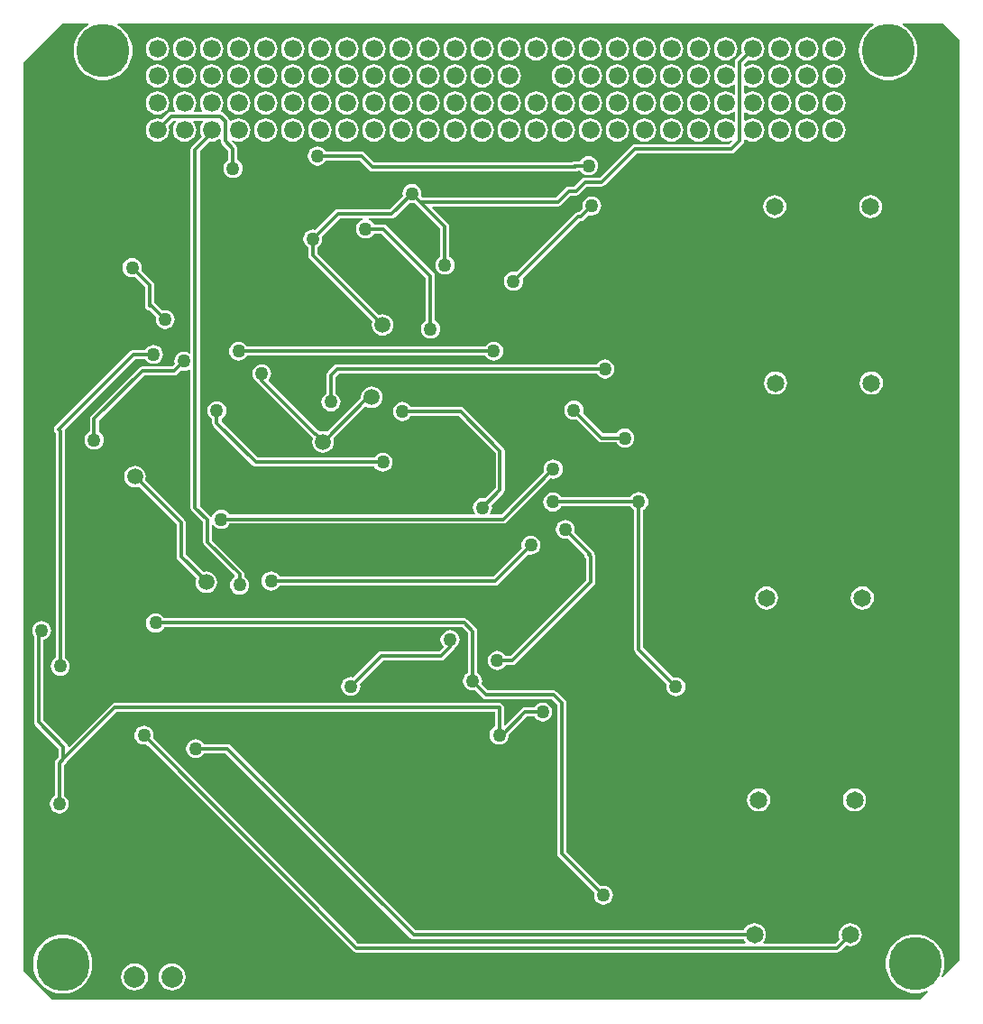
<source format=gbl>
G04 Layer_Physical_Order=2*
G04 Layer_Color=16711680*
%FSLAX42Y42*%
%MOMM*%
G71*
G01*
G75*
%ADD29C,0.33*%
%ADD31C,1.65*%
%ADD32C,2.00*%
%ADD33C,1.68*%
%ADD34C,5.00*%
%ADD35C,1.27*%
%ADD36C,1.50*%
G36*
X8915Y9182D02*
Y548D01*
X8759Y391D01*
X8748Y399D01*
X8761Y429D01*
X8771Y471D01*
X8774Y514D01*
X8771Y557D01*
X8761Y600D01*
X8744Y640D01*
X8721Y677D01*
X8693Y710D01*
X8660Y738D01*
X8623Y760D01*
X8583Y777D01*
X8541Y787D01*
X8498Y790D01*
X8455Y787D01*
X8413Y777D01*
X8373Y760D01*
X8336Y738D01*
X8303Y710D01*
X8275Y677D01*
X8252Y640D01*
X8235Y600D01*
X8225Y557D01*
X8222Y514D01*
X8225Y471D01*
X8235Y429D01*
X8252Y389D01*
X8275Y352D01*
X8303Y319D01*
X8336Y291D01*
X8373Y268D01*
X8413Y251D01*
X8455Y241D01*
X8498Y238D01*
X8541Y241D01*
X8583Y251D01*
X8614Y264D01*
X8621Y253D01*
X8547Y180D01*
Y178D01*
X394D01*
X127Y445D01*
Y8966D01*
X495Y9335D01*
X737D01*
X741Y9322D01*
X714Y9305D01*
X681Y9277D01*
X653Y9244D01*
X630Y9207D01*
X613Y9167D01*
X603Y9125D01*
X600Y9082D01*
X603Y9038D01*
X613Y8996D01*
X630Y8956D01*
X653Y8919D01*
X681Y8886D01*
X714Y8858D01*
X751Y8836D01*
X791Y8819D01*
X833Y8809D01*
X876Y8805D01*
X919Y8809D01*
X961Y8819D01*
X1001Y8836D01*
X1038Y8858D01*
X1071Y8886D01*
X1099Y8919D01*
X1122Y8956D01*
X1139Y8996D01*
X1149Y9038D01*
X1152Y9082D01*
X1149Y9125D01*
X1139Y9167D01*
X1122Y9207D01*
X1099Y9244D01*
X1071Y9277D01*
X1038Y9305D01*
X1011Y9322D01*
X1015Y9335D01*
X8107D01*
X8111Y9322D01*
X8084Y9305D01*
X8051Y9277D01*
X8023Y9244D01*
X8000Y9207D01*
X7983Y9167D01*
X7973Y9125D01*
X7970Y9082D01*
X7973Y9038D01*
X7983Y8996D01*
X8000Y8956D01*
X8023Y8919D01*
X8051Y8886D01*
X8084Y8858D01*
X8121Y8836D01*
X8161Y8819D01*
X8203Y8809D01*
X8246Y8805D01*
X8289Y8809D01*
X8331Y8819D01*
X8371Y8836D01*
X8408Y8858D01*
X8441Y8886D01*
X8469Y8919D01*
X8492Y8956D01*
X8509Y8996D01*
X8519Y9038D01*
X8522Y9082D01*
X8519Y9125D01*
X8509Y9167D01*
X8492Y9207D01*
X8469Y9244D01*
X8441Y9277D01*
X8408Y9305D01*
X8381Y9322D01*
X8385Y9335D01*
X8763D01*
X8915Y9182D01*
D02*
G37*
%LPC*%
G36*
X5196Y8448D02*
X5167Y8445D01*
X5140Y8434D01*
X5118Y8416D01*
X5100Y8393D01*
X5089Y8367D01*
X5085Y8338D01*
X5089Y8310D01*
X5100Y8283D01*
X5118Y8260D01*
X5140Y8243D01*
X5167Y8232D01*
X5196Y8228D01*
X5224Y8232D01*
X5251Y8243D01*
X5273Y8260D01*
X5291Y8283D01*
X5302Y8310D01*
X5306Y8338D01*
X5302Y8367D01*
X5291Y8393D01*
X5273Y8416D01*
X5251Y8434D01*
X5224Y8445D01*
X5196Y8448D01*
D02*
G37*
G36*
X4688D02*
X4659Y8445D01*
X4632Y8434D01*
X4610Y8416D01*
X4592Y8393D01*
X4581Y8367D01*
X4577Y8338D01*
X4581Y8310D01*
X4592Y8283D01*
X4610Y8260D01*
X4632Y8243D01*
X4659Y8232D01*
X4688Y8228D01*
X4716Y8232D01*
X4743Y8243D01*
X4765Y8260D01*
X4783Y8283D01*
X4794Y8310D01*
X4798Y8338D01*
X4794Y8367D01*
X4783Y8393D01*
X4765Y8416D01*
X4743Y8434D01*
X4716Y8445D01*
X4688Y8448D01*
D02*
G37*
G36*
X4942D02*
X4913Y8445D01*
X4886Y8434D01*
X4864Y8416D01*
X4846Y8393D01*
X4835Y8367D01*
X4831Y8338D01*
X4835Y8310D01*
X4846Y8283D01*
X4864Y8260D01*
X4886Y8243D01*
X4913Y8232D01*
X4942Y8228D01*
X4970Y8232D01*
X4997Y8243D01*
X5019Y8260D01*
X5037Y8283D01*
X5048Y8310D01*
X5052Y8338D01*
X5048Y8367D01*
X5037Y8393D01*
X5019Y8416D01*
X4997Y8434D01*
X4970Y8445D01*
X4942Y8448D01*
D02*
G37*
G36*
X5958D02*
X5929Y8445D01*
X5902Y8434D01*
X5880Y8416D01*
X5862Y8393D01*
X5851Y8367D01*
X5847Y8338D01*
X5851Y8310D01*
X5862Y8283D01*
X5880Y8260D01*
X5902Y8243D01*
X5929Y8232D01*
X5958Y8228D01*
X5986Y8232D01*
X6013Y8243D01*
X6035Y8260D01*
X6053Y8283D01*
X6064Y8310D01*
X6068Y8338D01*
X6064Y8367D01*
X6053Y8393D01*
X6035Y8416D01*
X6013Y8434D01*
X5986Y8445D01*
X5958Y8448D01*
D02*
G37*
G36*
X6212D02*
X6183Y8445D01*
X6156Y8434D01*
X6134Y8416D01*
X6116Y8393D01*
X6105Y8367D01*
X6101Y8338D01*
X6105Y8310D01*
X6116Y8283D01*
X6134Y8260D01*
X6156Y8243D01*
X6183Y8232D01*
X6212Y8228D01*
X6240Y8232D01*
X6267Y8243D01*
X6289Y8260D01*
X6307Y8283D01*
X6318Y8310D01*
X6322Y8338D01*
X6318Y8367D01*
X6307Y8393D01*
X6289Y8416D01*
X6267Y8434D01*
X6240Y8445D01*
X6212Y8448D01*
D02*
G37*
G36*
X5450D02*
X5421Y8445D01*
X5394Y8434D01*
X5372Y8416D01*
X5354Y8393D01*
X5343Y8367D01*
X5339Y8338D01*
X5343Y8310D01*
X5354Y8283D01*
X5372Y8260D01*
X5394Y8243D01*
X5421Y8232D01*
X5450Y8228D01*
X5478Y8232D01*
X5505Y8243D01*
X5527Y8260D01*
X5545Y8283D01*
X5556Y8310D01*
X5560Y8338D01*
X5556Y8367D01*
X5545Y8393D01*
X5527Y8416D01*
X5505Y8434D01*
X5478Y8445D01*
X5450Y8448D01*
D02*
G37*
G36*
X5704D02*
X5675Y8445D01*
X5648Y8434D01*
X5626Y8416D01*
X5608Y8393D01*
X5597Y8367D01*
X5593Y8338D01*
X5597Y8310D01*
X5608Y8283D01*
X5626Y8260D01*
X5648Y8243D01*
X5675Y8232D01*
X5704Y8228D01*
X5732Y8232D01*
X5759Y8243D01*
X5781Y8260D01*
X5799Y8283D01*
X5810Y8310D01*
X5814Y8338D01*
X5810Y8367D01*
X5799Y8393D01*
X5781Y8416D01*
X5759Y8434D01*
X5732Y8445D01*
X5704Y8448D01*
D02*
G37*
G36*
X3418D02*
X3389Y8445D01*
X3362Y8434D01*
X3340Y8416D01*
X3322Y8393D01*
X3311Y8367D01*
X3307Y8338D01*
X3311Y8310D01*
X3322Y8283D01*
X3340Y8260D01*
X3362Y8243D01*
X3389Y8232D01*
X3418Y8228D01*
X3446Y8232D01*
X3473Y8243D01*
X3495Y8260D01*
X3513Y8283D01*
X3524Y8310D01*
X3528Y8338D01*
X3524Y8367D01*
X3513Y8393D01*
X3495Y8416D01*
X3473Y8434D01*
X3446Y8445D01*
X3418Y8448D01*
D02*
G37*
G36*
X3164D02*
X3135Y8445D01*
X3108Y8434D01*
X3086Y8416D01*
X3068Y8393D01*
X3057Y8367D01*
X3053Y8338D01*
X3057Y8310D01*
X3068Y8283D01*
X3086Y8260D01*
X3108Y8243D01*
X3135Y8232D01*
X3164Y8228D01*
X3192Y8232D01*
X3219Y8243D01*
X3241Y8260D01*
X3259Y8283D01*
X3270Y8310D01*
X3274Y8338D01*
X3270Y8367D01*
X3259Y8393D01*
X3241Y8416D01*
X3219Y8434D01*
X3192Y8445D01*
X3164Y8448D01*
D02*
G37*
G36*
X2910D02*
X2881Y8445D01*
X2854Y8434D01*
X2832Y8416D01*
X2814Y8393D01*
X2803Y8367D01*
X2799Y8338D01*
X2803Y8310D01*
X2814Y8283D01*
X2832Y8260D01*
X2854Y8243D01*
X2881Y8232D01*
X2910Y8228D01*
X2938Y8232D01*
X2965Y8243D01*
X2987Y8260D01*
X3005Y8283D01*
X3016Y8310D01*
X3020Y8338D01*
X3016Y8367D01*
X3005Y8393D01*
X2987Y8416D01*
X2965Y8434D01*
X2938Y8445D01*
X2910Y8448D01*
D02*
G37*
G36*
X3672D02*
X3643Y8445D01*
X3616Y8434D01*
X3594Y8416D01*
X3576Y8393D01*
X3565Y8367D01*
X3561Y8338D01*
X3565Y8310D01*
X3576Y8283D01*
X3594Y8260D01*
X3616Y8243D01*
X3643Y8232D01*
X3672Y8228D01*
X3700Y8232D01*
X3727Y8243D01*
X3749Y8260D01*
X3767Y8283D01*
X3778Y8310D01*
X3782Y8338D01*
X3778Y8367D01*
X3767Y8393D01*
X3749Y8416D01*
X3727Y8434D01*
X3700Y8445D01*
X3672Y8448D01*
D02*
G37*
G36*
X4434D02*
X4405Y8445D01*
X4378Y8434D01*
X4356Y8416D01*
X4338Y8393D01*
X4327Y8367D01*
X4323Y8338D01*
X4327Y8310D01*
X4338Y8283D01*
X4356Y8260D01*
X4378Y8243D01*
X4405Y8232D01*
X4434Y8228D01*
X4462Y8232D01*
X4489Y8243D01*
X4511Y8260D01*
X4529Y8283D01*
X4540Y8310D01*
X4544Y8338D01*
X4540Y8367D01*
X4529Y8393D01*
X4511Y8416D01*
X4489Y8434D01*
X4462Y8445D01*
X4434Y8448D01*
D02*
G37*
G36*
X4180D02*
X4151Y8445D01*
X4124Y8434D01*
X4102Y8416D01*
X4084Y8393D01*
X4073Y8367D01*
X4069Y8338D01*
X4073Y8310D01*
X4084Y8283D01*
X4102Y8260D01*
X4124Y8243D01*
X4151Y8232D01*
X4180Y8228D01*
X4208Y8232D01*
X4235Y8243D01*
X4257Y8260D01*
X4275Y8283D01*
X4286Y8310D01*
X4290Y8338D01*
X4286Y8367D01*
X4275Y8393D01*
X4257Y8416D01*
X4235Y8434D01*
X4208Y8445D01*
X4180Y8448D01*
D02*
G37*
G36*
X3926D02*
X3897Y8445D01*
X3870Y8434D01*
X3848Y8416D01*
X3830Y8393D01*
X3819Y8367D01*
X3815Y8338D01*
X3819Y8310D01*
X3830Y8283D01*
X3848Y8260D01*
X3870Y8243D01*
X3897Y8232D01*
X3926Y8228D01*
X3954Y8232D01*
X3981Y8243D01*
X4003Y8260D01*
X4021Y8283D01*
X4032Y8310D01*
X4036Y8338D01*
X4032Y8367D01*
X4021Y8393D01*
X4003Y8416D01*
X3981Y8434D01*
X3954Y8445D01*
X3926Y8448D01*
D02*
G37*
G36*
X6466D02*
X6437Y8445D01*
X6410Y8434D01*
X6388Y8416D01*
X6370Y8393D01*
X6359Y8367D01*
X6355Y8338D01*
X6359Y8310D01*
X6370Y8283D01*
X6388Y8260D01*
X6410Y8243D01*
X6437Y8232D01*
X6466Y8228D01*
X6494Y8232D01*
X6521Y8243D01*
X6543Y8260D01*
X6561Y8283D01*
X6572Y8310D01*
X6576Y8338D01*
X6572Y8367D01*
X6561Y8393D01*
X6543Y8416D01*
X6521Y8434D01*
X6494Y8445D01*
X6466Y8448D01*
D02*
G37*
G36*
X3672Y8702D02*
X3643Y8699D01*
X3616Y8688D01*
X3594Y8670D01*
X3576Y8647D01*
X3565Y8621D01*
X3561Y8592D01*
X3565Y8564D01*
X3576Y8537D01*
X3594Y8514D01*
X3616Y8497D01*
X3643Y8486D01*
X3672Y8482D01*
X3700Y8486D01*
X3727Y8497D01*
X3749Y8514D01*
X3767Y8537D01*
X3778Y8564D01*
X3782Y8592D01*
X3778Y8621D01*
X3767Y8647D01*
X3749Y8670D01*
X3727Y8688D01*
X3700Y8699D01*
X3672Y8702D01*
D02*
G37*
G36*
X3418D02*
X3389Y8699D01*
X3362Y8688D01*
X3340Y8670D01*
X3322Y8647D01*
X3311Y8621D01*
X3307Y8592D01*
X3311Y8564D01*
X3322Y8537D01*
X3340Y8514D01*
X3362Y8497D01*
X3389Y8486D01*
X3418Y8482D01*
X3446Y8486D01*
X3473Y8497D01*
X3495Y8514D01*
X3513Y8537D01*
X3524Y8564D01*
X3528Y8592D01*
X3524Y8621D01*
X3513Y8647D01*
X3495Y8670D01*
X3473Y8688D01*
X3446Y8699D01*
X3418Y8702D01*
D02*
G37*
G36*
X3164D02*
X3135Y8699D01*
X3108Y8688D01*
X3086Y8670D01*
X3068Y8647D01*
X3057Y8621D01*
X3053Y8592D01*
X3057Y8564D01*
X3068Y8537D01*
X3086Y8514D01*
X3108Y8497D01*
X3135Y8486D01*
X3164Y8482D01*
X3192Y8486D01*
X3219Y8497D01*
X3241Y8514D01*
X3259Y8537D01*
X3270Y8564D01*
X3274Y8592D01*
X3270Y8621D01*
X3259Y8647D01*
X3241Y8670D01*
X3219Y8688D01*
X3192Y8699D01*
X3164Y8702D01*
D02*
G37*
G36*
X3926D02*
X3897Y8699D01*
X3870Y8688D01*
X3848Y8670D01*
X3830Y8647D01*
X3819Y8621D01*
X3815Y8592D01*
X3819Y8564D01*
X3830Y8537D01*
X3848Y8514D01*
X3870Y8497D01*
X3897Y8486D01*
X3926Y8482D01*
X3954Y8486D01*
X3981Y8497D01*
X4003Y8514D01*
X4021Y8537D01*
X4032Y8564D01*
X4036Y8592D01*
X4032Y8621D01*
X4021Y8647D01*
X4003Y8670D01*
X3981Y8688D01*
X3954Y8699D01*
X3926Y8702D01*
D02*
G37*
G36*
X4688D02*
X4659Y8699D01*
X4632Y8688D01*
X4610Y8670D01*
X4592Y8647D01*
X4581Y8621D01*
X4577Y8592D01*
X4581Y8564D01*
X4592Y8537D01*
X4610Y8514D01*
X4632Y8497D01*
X4659Y8486D01*
X4688Y8482D01*
X4716Y8486D01*
X4743Y8497D01*
X4765Y8514D01*
X4783Y8537D01*
X4794Y8564D01*
X4798Y8592D01*
X4794Y8621D01*
X4783Y8647D01*
X4765Y8670D01*
X4743Y8688D01*
X4716Y8699D01*
X4688Y8702D01*
D02*
G37*
G36*
X4434D02*
X4405Y8699D01*
X4378Y8688D01*
X4356Y8670D01*
X4338Y8647D01*
X4327Y8621D01*
X4323Y8592D01*
X4327Y8564D01*
X4338Y8537D01*
X4356Y8514D01*
X4378Y8497D01*
X4405Y8486D01*
X4434Y8482D01*
X4462Y8486D01*
X4489Y8497D01*
X4511Y8514D01*
X4529Y8537D01*
X4540Y8564D01*
X4544Y8592D01*
X4540Y8621D01*
X4529Y8647D01*
X4511Y8670D01*
X4489Y8688D01*
X4462Y8699D01*
X4434Y8702D01*
D02*
G37*
G36*
X4180D02*
X4151Y8699D01*
X4124Y8688D01*
X4102Y8670D01*
X4084Y8647D01*
X4073Y8621D01*
X4069Y8592D01*
X4073Y8564D01*
X4084Y8537D01*
X4102Y8514D01*
X4124Y8497D01*
X4151Y8486D01*
X4180Y8482D01*
X4208Y8486D01*
X4235Y8497D01*
X4257Y8514D01*
X4275Y8537D01*
X4286Y8564D01*
X4290Y8592D01*
X4286Y8621D01*
X4275Y8647D01*
X4257Y8670D01*
X4235Y8688D01*
X4208Y8699D01*
X4180Y8702D01*
D02*
G37*
G36*
X2910D02*
X2881Y8699D01*
X2854Y8688D01*
X2832Y8670D01*
X2814Y8647D01*
X2803Y8621D01*
X2799Y8592D01*
X2803Y8564D01*
X2814Y8537D01*
X2832Y8514D01*
X2854Y8497D01*
X2881Y8486D01*
X2910Y8482D01*
X2938Y8486D01*
X2965Y8497D01*
X2987Y8514D01*
X3005Y8537D01*
X3016Y8564D01*
X3020Y8592D01*
X3016Y8621D01*
X3005Y8647D01*
X2987Y8670D01*
X2965Y8688D01*
X2938Y8699D01*
X2910Y8702D01*
D02*
G37*
G36*
X7736Y8448D02*
X7707Y8445D01*
X7680Y8434D01*
X7658Y8416D01*
X7640Y8393D01*
X7629Y8367D01*
X7625Y8338D01*
X7629Y8310D01*
X7640Y8283D01*
X7658Y8260D01*
X7680Y8243D01*
X7707Y8232D01*
X7736Y8228D01*
X7764Y8232D01*
X7791Y8243D01*
X7813Y8260D01*
X7831Y8283D01*
X7842Y8310D01*
X7846Y8338D01*
X7842Y8367D01*
X7831Y8393D01*
X7813Y8416D01*
X7791Y8434D01*
X7764Y8445D01*
X7736Y8448D01*
D02*
G37*
G36*
X7482D02*
X7453Y8445D01*
X7426Y8434D01*
X7404Y8416D01*
X7386Y8393D01*
X7375Y8367D01*
X7371Y8338D01*
X7375Y8310D01*
X7386Y8283D01*
X7404Y8260D01*
X7426Y8243D01*
X7453Y8232D01*
X7482Y8228D01*
X7510Y8232D01*
X7537Y8243D01*
X7559Y8260D01*
X7577Y8283D01*
X7588Y8310D01*
X7592Y8338D01*
X7588Y8367D01*
X7577Y8393D01*
X7559Y8416D01*
X7537Y8434D01*
X7510Y8445D01*
X7482Y8448D01*
D02*
G37*
G36*
X7228D02*
X7199Y8445D01*
X7172Y8434D01*
X7150Y8416D01*
X7132Y8393D01*
X7121Y8367D01*
X7117Y8338D01*
X7121Y8310D01*
X7132Y8283D01*
X7150Y8260D01*
X7172Y8243D01*
X7199Y8232D01*
X7228Y8228D01*
X7256Y8232D01*
X7283Y8243D01*
X7305Y8260D01*
X7323Y8283D01*
X7334Y8310D01*
X7338Y8338D01*
X7334Y8367D01*
X7323Y8393D01*
X7305Y8416D01*
X7283Y8434D01*
X7256Y8445D01*
X7228Y8448D01*
D02*
G37*
G36*
X1386Y8702D02*
X1357Y8699D01*
X1330Y8688D01*
X1308Y8670D01*
X1290Y8647D01*
X1279Y8621D01*
X1275Y8592D01*
X1279Y8564D01*
X1290Y8537D01*
X1308Y8514D01*
X1330Y8497D01*
X1357Y8486D01*
X1386Y8482D01*
X1414Y8486D01*
X1441Y8497D01*
X1463Y8514D01*
X1481Y8537D01*
X1492Y8564D01*
X1496Y8592D01*
X1492Y8621D01*
X1481Y8647D01*
X1463Y8670D01*
X1441Y8688D01*
X1414Y8699D01*
X1386Y8702D01*
D02*
G37*
G36*
X2656D02*
X2627Y8699D01*
X2600Y8688D01*
X2578Y8670D01*
X2560Y8647D01*
X2549Y8621D01*
X2545Y8592D01*
X2549Y8564D01*
X2560Y8537D01*
X2578Y8514D01*
X2600Y8497D01*
X2627Y8486D01*
X2656Y8482D01*
X2684Y8486D01*
X2711Y8497D01*
X2733Y8514D01*
X2751Y8537D01*
X2762Y8564D01*
X2766Y8592D01*
X2762Y8621D01*
X2751Y8647D01*
X2733Y8670D01*
X2711Y8688D01*
X2684Y8699D01*
X2656Y8702D01*
D02*
G37*
G36*
X2402D02*
X2373Y8699D01*
X2346Y8688D01*
X2324Y8670D01*
X2306Y8647D01*
X2295Y8621D01*
X2291Y8592D01*
X2295Y8564D01*
X2306Y8537D01*
X2324Y8514D01*
X2346Y8497D01*
X2373Y8486D01*
X2402Y8482D01*
X2430Y8486D01*
X2457Y8497D01*
X2479Y8514D01*
X2497Y8537D01*
X2508Y8564D01*
X2512Y8592D01*
X2508Y8621D01*
X2497Y8647D01*
X2479Y8670D01*
X2457Y8688D01*
X2430Y8699D01*
X2402Y8702D01*
D02*
G37*
G36*
X2148D02*
X2119Y8699D01*
X2092Y8688D01*
X2070Y8670D01*
X2052Y8647D01*
X2041Y8621D01*
X2037Y8592D01*
X2041Y8564D01*
X2052Y8537D01*
X2070Y8514D01*
X2092Y8497D01*
X2119Y8486D01*
X2148Y8482D01*
X2176Y8486D01*
X2203Y8497D01*
X2225Y8514D01*
X2243Y8537D01*
X2254Y8564D01*
X2258Y8592D01*
X2254Y8621D01*
X2243Y8647D01*
X2225Y8670D01*
X2203Y8688D01*
X2176Y8699D01*
X2148Y8702D01*
D02*
G37*
G36*
X7104Y4056D02*
X7076Y4052D01*
X7050Y4041D01*
X7027Y4024D01*
X7010Y4002D01*
X6999Y3975D01*
X6995Y3947D01*
X6999Y3919D01*
X7010Y3893D01*
X7027Y3870D01*
X7050Y3853D01*
X7076Y3842D01*
X7104Y3838D01*
X7132Y3842D01*
X7158Y3853D01*
X7181Y3870D01*
X7198Y3893D01*
X7209Y3919D01*
X7213Y3947D01*
X7209Y3975D01*
X7198Y4002D01*
X7181Y4024D01*
X7158Y4041D01*
X7132Y4052D01*
X7104Y4056D01*
D02*
G37*
G36*
X5215Y4679D02*
X5191Y4676D01*
X5170Y4667D01*
X5151Y4653D01*
X5137Y4635D01*
X5128Y4613D01*
X5125Y4590D01*
X5128Y4567D01*
X5137Y4545D01*
X5151Y4526D01*
X5170Y4512D01*
X5191Y4503D01*
X5215Y4500D01*
X5238Y4503D01*
X5240Y4504D01*
X5393Y4350D01*
X5396Y4337D01*
X5405Y4323D01*
X5411Y4318D01*
Y4117D01*
X4697Y3403D01*
X4654D01*
X4653Y3405D01*
X4639Y3424D01*
X4620Y3438D01*
X4598Y3447D01*
X4575Y3450D01*
X4552Y3447D01*
X4530Y3438D01*
X4512Y3424D01*
X4498Y3405D01*
X4489Y3384D01*
X4486Y3360D01*
X4489Y3337D01*
X4498Y3316D01*
X4512Y3297D01*
X4530Y3283D01*
X4552Y3274D01*
X4575Y3271D01*
X4598Y3274D01*
X4620Y3283D01*
X4639Y3297D01*
X4653Y3316D01*
X4654Y3318D01*
X4714D01*
X4731Y3321D01*
X4744Y3330D01*
X5484Y4069D01*
X5493Y4083D01*
X5496Y4100D01*
Y4336D01*
X5493Y4352D01*
X5486Y4363D01*
X5483Y4378D01*
X5473Y4391D01*
X5300Y4564D01*
X5301Y4567D01*
X5304Y4590D01*
X5301Y4613D01*
X5292Y4635D01*
X5278Y4653D01*
X5259Y4667D01*
X5238Y4676D01*
X5215Y4679D01*
D02*
G37*
G36*
X4133Y3646D02*
X4109Y3643D01*
X4088Y3634D01*
X4069Y3619D01*
X4055Y3601D01*
X4046Y3579D01*
X4043Y3556D01*
X4046Y3533D01*
X4055Y3511D01*
X4069Y3493D01*
X4070Y3487D01*
X4029Y3446D01*
X3487D01*
X3471Y3443D01*
X3457Y3434D01*
X3457Y3434D01*
X3226Y3202D01*
X3224Y3203D01*
X3200Y3206D01*
X3177Y3203D01*
X3156Y3194D01*
X3137Y3180D01*
X3123Y3161D01*
X3114Y3140D01*
X3111Y3117D01*
X3114Y3093D01*
X3123Y3072D01*
X3137Y3053D01*
X3156Y3039D01*
X3177Y3030D01*
X3200Y3027D01*
X3224Y3030D01*
X3245Y3039D01*
X3264Y3053D01*
X3278Y3072D01*
X3287Y3093D01*
X3290Y3117D01*
X3287Y3140D01*
X3286Y3142D01*
X3505Y3361D01*
X4046D01*
X4063Y3364D01*
X4076Y3373D01*
X4163Y3460D01*
X4163Y3460D01*
X4172Y3474D01*
X4173Y3476D01*
X4177Y3478D01*
X4196Y3493D01*
X4210Y3511D01*
X4219Y3533D01*
X4222Y3556D01*
X4219Y3579D01*
X4210Y3601D01*
X4196Y3619D01*
X4177Y3634D01*
X4156Y3643D01*
X4133Y3646D01*
D02*
G37*
G36*
X8004Y4056D02*
X7976Y4052D01*
X7950Y4041D01*
X7927Y4024D01*
X7910Y4002D01*
X7899Y3975D01*
X7895Y3947D01*
X7899Y3919D01*
X7910Y3893D01*
X7927Y3870D01*
X7950Y3853D01*
X7976Y3842D01*
X8004Y3838D01*
X8032Y3842D01*
X8058Y3853D01*
X8081Y3870D01*
X8098Y3893D01*
X8109Y3919D01*
X8113Y3947D01*
X8109Y3975D01*
X8098Y4002D01*
X8081Y4024D01*
X8058Y4041D01*
X8032Y4052D01*
X8004Y4056D01*
D02*
G37*
G36*
X5905Y4941D02*
X5881Y4938D01*
X5860Y4929D01*
X5841Y4915D01*
X5827Y4896D01*
X5825Y4892D01*
X5176D01*
X5175Y4894D01*
X5161Y4912D01*
X5143Y4927D01*
X5121Y4935D01*
X5098Y4939D01*
X5075Y4935D01*
X5053Y4927D01*
X5034Y4912D01*
X5020Y4894D01*
X5011Y4872D01*
X5008Y4849D01*
X5011Y4826D01*
X5020Y4804D01*
X5034Y4785D01*
X5053Y4771D01*
X5075Y4762D01*
X5098Y4759D01*
X5121Y4762D01*
X5143Y4771D01*
X5161Y4785D01*
X5175Y4804D01*
X5176Y4806D01*
X5827D01*
X5841Y4788D01*
X5860Y4774D01*
X5862Y4773D01*
Y3463D01*
X5865Y3447D01*
X5874Y3433D01*
X6168Y3139D01*
X6167Y3137D01*
X6164Y3114D01*
X6167Y3091D01*
X6176Y3069D01*
X6190Y3051D01*
X6209Y3036D01*
X6230Y3027D01*
X6253Y3024D01*
X6277Y3027D01*
X6298Y3036D01*
X6317Y3051D01*
X6331Y3069D01*
X6340Y3091D01*
X6343Y3114D01*
X6340Y3137D01*
X6331Y3159D01*
X6317Y3177D01*
X6298Y3192D01*
X6277Y3201D01*
X6253Y3204D01*
X6230Y3201D01*
X6228Y3200D01*
X5947Y3481D01*
Y4773D01*
X5949Y4774D01*
X5968Y4788D01*
X5982Y4806D01*
X5991Y4828D01*
X5994Y4851D01*
X5991Y4875D01*
X5982Y4896D01*
X5968Y4915D01*
X5949Y4929D01*
X5928Y4938D01*
X5905Y4941D01*
D02*
G37*
G36*
X4892Y4532D02*
X4869Y4529D01*
X4847Y4520D01*
X4829Y4506D01*
X4814Y4487D01*
X4805Y4466D01*
X4802Y4442D01*
X4805Y4419D01*
X4806Y4417D01*
X4539Y4150D01*
X2530D01*
X2530Y4152D01*
X2515Y4171D01*
X2497Y4185D01*
X2475Y4194D01*
X2452Y4197D01*
X2429Y4194D01*
X2407Y4185D01*
X2389Y4171D01*
X2374Y4152D01*
X2365Y4130D01*
X2362Y4107D01*
X2365Y4084D01*
X2374Y4062D01*
X2389Y4044D01*
X2407Y4030D01*
X2429Y4021D01*
X2452Y4017D01*
X2475Y4021D01*
X2497Y4030D01*
X2515Y4044D01*
X2530Y4062D01*
X2530Y4064D01*
X4557D01*
X4573Y4068D01*
X4587Y4077D01*
X4867Y4357D01*
X4869Y4356D01*
X4892Y4353D01*
X4915Y4356D01*
X4937Y4365D01*
X4955Y4379D01*
X4970Y4398D01*
X4979Y4419D01*
X4982Y4442D01*
X4979Y4466D01*
X4970Y4487D01*
X4955Y4506D01*
X4937Y4520D01*
X4915Y4529D01*
X4892Y4532D01*
D02*
G37*
G36*
X1176Y5186D02*
X1150Y5183D01*
X1125Y5173D01*
X1104Y5157D01*
X1088Y5136D01*
X1078Y5111D01*
X1075Y5085D01*
X1078Y5059D01*
X1088Y5034D01*
X1104Y5013D01*
X1125Y4997D01*
X1150Y4987D01*
X1176Y4984D01*
X1202Y4987D01*
X1210Y4991D01*
X1565Y4636D01*
Y4338D01*
X1568Y4322D01*
X1578Y4308D01*
X1752Y4134D01*
X1746Y4121D01*
X1743Y4094D01*
X1746Y4068D01*
X1756Y4044D01*
X1772Y4023D01*
X1793Y4007D01*
X1818Y3997D01*
X1844Y3993D01*
X1870Y3997D01*
X1895Y4007D01*
X1916Y4023D01*
X1932Y4044D01*
X1942Y4068D01*
X1945Y4094D01*
X1942Y4121D01*
X1932Y4145D01*
X1916Y4166D01*
X1895Y4182D01*
X1870Y4192D01*
X1844Y4196D01*
X1818Y4192D01*
X1815Y4191D01*
X1651Y4356D01*
Y4653D01*
X1647Y4670D01*
X1638Y4683D01*
X1271Y5051D01*
X1274Y5059D01*
X1277Y5085D01*
X1274Y5111D01*
X1264Y5136D01*
X1248Y5157D01*
X1227Y5173D01*
X1202Y5183D01*
X1176Y5186D01*
D02*
G37*
G36*
X297Y3732D02*
X274Y3729D01*
X252Y3720D01*
X234Y3706D01*
X220Y3687D01*
X211Y3666D01*
X208Y3642D01*
X211Y3619D01*
X220Y3598D01*
X227Y3588D01*
Y2784D01*
X230Y2767D01*
X239Y2754D01*
X459Y2534D01*
Y2455D01*
X435Y2431D01*
X425Y2417D01*
X422Y2400D01*
Y2093D01*
X420Y2092D01*
X401Y2078D01*
X387Y2059D01*
X378Y2037D01*
X375Y2014D01*
X378Y1991D01*
X387Y1969D01*
X401Y1951D01*
X420Y1937D01*
X442Y1928D01*
X465Y1925D01*
X488Y1928D01*
X510Y1937D01*
X528Y1951D01*
X542Y1969D01*
X551Y1991D01*
X554Y2014D01*
X551Y2037D01*
X542Y2059D01*
X528Y2078D01*
X510Y2092D01*
X508Y2093D01*
Y2383D01*
X532Y2407D01*
X1001Y2876D01*
X4552D01*
Y2740D01*
X4550Y2740D01*
X4531Y2725D01*
X4517Y2707D01*
X4508Y2685D01*
X4505Y2662D01*
X4508Y2639D01*
X4517Y2617D01*
X4531Y2598D01*
X4550Y2584D01*
X4572Y2575D01*
X4595Y2572D01*
X4618Y2575D01*
X4640Y2584D01*
X4658Y2598D01*
X4672Y2617D01*
X4681Y2639D01*
X4684Y2662D01*
X4684Y2665D01*
X4854Y2835D01*
X4925D01*
X4926Y2833D01*
X4940Y2814D01*
X4959Y2800D01*
X4981Y2791D01*
X5004Y2788D01*
X5027Y2791D01*
X5049Y2800D01*
X5067Y2814D01*
X5081Y2833D01*
X5090Y2855D01*
X5093Y2878D01*
X5090Y2901D01*
X5081Y2923D01*
X5067Y2941D01*
X5049Y2955D01*
X5027Y2964D01*
X5004Y2967D01*
X4981Y2964D01*
X4959Y2955D01*
X4940Y2941D01*
X4926Y2923D01*
X4925Y2921D01*
X4836D01*
X4836Y2921D01*
X4820Y2917D01*
X4806Y2908D01*
X4650Y2752D01*
X4638Y2758D01*
Y2918D01*
X4634Y2935D01*
X4625Y2949D01*
X4611Y2958D01*
X4595Y2961D01*
X983D01*
X967Y2958D01*
X953Y2949D01*
X557Y2552D01*
X543Y2557D01*
X541Y2568D01*
X532Y2582D01*
X532Y2582D01*
X312Y2802D01*
Y3555D01*
X320Y3556D01*
X342Y3565D01*
X361Y3579D01*
X375Y3598D01*
X384Y3619D01*
X387Y3642D01*
X384Y3666D01*
X375Y3687D01*
X361Y3706D01*
X342Y3720D01*
X320Y3729D01*
X297Y3732D01*
D02*
G37*
G36*
X1521Y518D02*
X1489Y513D01*
X1458Y501D01*
X1432Y481D01*
X1412Y454D01*
X1399Y424D01*
X1395Y391D01*
X1399Y358D01*
X1412Y328D01*
X1432Y302D01*
X1458Y282D01*
X1489Y269D01*
X1521Y265D01*
X1554Y269D01*
X1585Y282D01*
X1611Y302D01*
X1631Y328D01*
X1644Y358D01*
X1648Y391D01*
X1644Y424D01*
X1631Y454D01*
X1611Y481D01*
X1585Y501D01*
X1554Y513D01*
X1521Y518D01*
D02*
G37*
G36*
X1171D02*
X1139Y513D01*
X1108Y501D01*
X1082Y481D01*
X1062Y454D01*
X1049Y424D01*
X1045Y391D01*
X1049Y358D01*
X1062Y328D01*
X1082Y302D01*
X1108Y282D01*
X1139Y269D01*
X1171Y265D01*
X1204Y269D01*
X1235Y282D01*
X1261Y302D01*
X1281Y328D01*
X1294Y358D01*
X1298Y391D01*
X1294Y424D01*
X1281Y454D01*
X1261Y481D01*
X1235Y501D01*
X1204Y513D01*
X1171Y518D01*
D02*
G37*
G36*
X496Y788D02*
X453Y785D01*
X411Y774D01*
X371Y758D01*
X334Y735D01*
X301Y707D01*
X273Y674D01*
X250Y637D01*
X233Y597D01*
X223Y555D01*
X220Y512D01*
X223Y468D01*
X233Y426D01*
X250Y386D01*
X273Y349D01*
X301Y316D01*
X334Y288D01*
X371Y266D01*
X411Y249D01*
X453Y239D01*
X496Y235D01*
X539Y239D01*
X581Y249D01*
X621Y266D01*
X658Y288D01*
X691Y316D01*
X719Y349D01*
X742Y386D01*
X759Y426D01*
X769Y468D01*
X772Y512D01*
X769Y555D01*
X759Y597D01*
X742Y637D01*
X719Y674D01*
X691Y707D01*
X658Y735D01*
X621Y758D01*
X581Y774D01*
X539Y785D01*
X496Y788D01*
D02*
G37*
G36*
X1260Y2749D02*
X1237Y2746D01*
X1215Y2737D01*
X1196Y2723D01*
X1182Y2704D01*
X1173Y2683D01*
X1170Y2659D01*
X1173Y2636D01*
X1182Y2615D01*
X1196Y2596D01*
X1215Y2582D01*
X1237Y2573D01*
X1260Y2570D01*
X1283Y2573D01*
X1283Y2573D01*
X3224Y633D01*
X3237Y623D01*
X3254Y620D01*
X3254Y620D01*
X7765D01*
X7782Y623D01*
X7795Y633D01*
X7850Y687D01*
X7861Y682D01*
X7890Y679D01*
X7918Y682D01*
X7944Y693D01*
X7967Y710D01*
X7984Y733D01*
X7995Y759D01*
X7998Y787D01*
X7995Y816D01*
X7984Y842D01*
X7967Y864D01*
X7944Y882D01*
X7918Y893D01*
X7890Y896D01*
X7861Y893D01*
X7835Y882D01*
X7813Y864D01*
X7795Y842D01*
X7785Y816D01*
X7781Y787D01*
X7785Y759D01*
X7789Y748D01*
X7747Y706D01*
X7079D01*
X7073Y718D01*
X7084Y733D01*
X7095Y759D01*
X7098Y787D01*
X7095Y816D01*
X7084Y842D01*
X7067Y864D01*
X7044Y882D01*
X7018Y893D01*
X6990Y896D01*
X6961Y893D01*
X6935Y882D01*
X6913Y864D01*
X6895Y842D01*
X6891Y830D01*
X3807D01*
X2075Y2563D01*
X2061Y2572D01*
X2045Y2575D01*
X1824D01*
X1823Y2577D01*
X1808Y2596D01*
X1790Y2610D01*
X1768Y2619D01*
X1745Y2622D01*
X1722Y2619D01*
X1700Y2610D01*
X1682Y2596D01*
X1667Y2577D01*
X1658Y2556D01*
X1655Y2532D01*
X1658Y2509D01*
X1667Y2488D01*
X1682Y2469D01*
X1700Y2455D01*
X1722Y2446D01*
X1745Y2443D01*
X1768Y2446D01*
X1790Y2455D01*
X1808Y2469D01*
X1823Y2488D01*
X1824Y2490D01*
X2027D01*
X3759Y757D01*
X3773Y748D01*
X3790Y745D01*
X3790Y745D01*
X6891D01*
X6895Y733D01*
X6907Y718D01*
X6900Y706D01*
X3271D01*
X1345Y2632D01*
X1346Y2636D01*
X1350Y2659D01*
X1346Y2683D01*
X1337Y2704D01*
X1323Y2723D01*
X1305Y2737D01*
X1283Y2746D01*
X1260Y2749D01*
D02*
G37*
G36*
X7930Y2161D02*
X7902Y2157D01*
X7875Y2147D01*
X7853Y2129D01*
X7836Y2107D01*
X7825Y2080D01*
X7821Y2052D01*
X7825Y2024D01*
X7836Y1998D01*
X7853Y1975D01*
X7875Y1958D01*
X7902Y1947D01*
X7930Y1943D01*
X7958Y1947D01*
X7984Y1958D01*
X8007Y1975D01*
X8024Y1998D01*
X8035Y2024D01*
X8039Y2052D01*
X8035Y2080D01*
X8024Y2107D01*
X8007Y2129D01*
X7984Y2147D01*
X7958Y2157D01*
X7930Y2161D01*
D02*
G37*
G36*
X7030D02*
X7002Y2157D01*
X6975Y2147D01*
X6953Y2129D01*
X6936Y2107D01*
X6925Y2080D01*
X6921Y2052D01*
X6925Y2024D01*
X6936Y1998D01*
X6953Y1975D01*
X6975Y1958D01*
X7002Y1947D01*
X7030Y1943D01*
X7058Y1947D01*
X7084Y1958D01*
X7107Y1975D01*
X7124Y1998D01*
X7135Y2024D01*
X7139Y2052D01*
X7135Y2080D01*
X7124Y2107D01*
X7107Y2129D01*
X7084Y2147D01*
X7058Y2157D01*
X7030Y2161D01*
D02*
G37*
G36*
X1369Y3803D02*
X1346Y3800D01*
X1324Y3791D01*
X1306Y3777D01*
X1291Y3758D01*
X1282Y3737D01*
X1279Y3713D01*
X1282Y3690D01*
X1291Y3669D01*
X1306Y3650D01*
X1324Y3636D01*
X1346Y3627D01*
X1369Y3624D01*
X1392Y3627D01*
X1414Y3636D01*
X1432Y3650D01*
X1447Y3669D01*
X1448Y3671D01*
X4247D01*
X4301Y3617D01*
Y3246D01*
X4299Y3245D01*
X4280Y3231D01*
X4266Y3212D01*
X4257Y3191D01*
X4254Y3167D01*
X4257Y3144D01*
X4266Y3123D01*
X4280Y3104D01*
X4299Y3090D01*
X4320Y3081D01*
X4343Y3078D01*
X4367Y3081D01*
X4369Y3082D01*
X4443Y3008D01*
X4457Y2998D01*
X4473Y2995D01*
X5085D01*
X5139Y2941D01*
Y1549D01*
X5142Y1533D01*
X5151Y1519D01*
X5487Y1184D01*
X5486Y1181D01*
X5483Y1158D01*
X5486Y1135D01*
X5495Y1113D01*
X5509Y1095D01*
X5528Y1081D01*
X5550Y1072D01*
X5573Y1069D01*
X5596Y1072D01*
X5618Y1081D01*
X5636Y1095D01*
X5650Y1113D01*
X5659Y1135D01*
X5662Y1158D01*
X5659Y1181D01*
X5650Y1203D01*
X5636Y1222D01*
X5618Y1236D01*
X5596Y1245D01*
X5573Y1248D01*
X5550Y1245D01*
X5547Y1244D01*
X5224Y1567D01*
Y2959D01*
X5221Y2975D01*
X5212Y2989D01*
X5212Y2989D01*
X5133Y3068D01*
X5119Y3077D01*
X5103Y3081D01*
X4491D01*
X4429Y3142D01*
X4430Y3144D01*
X4433Y3167D01*
X4430Y3191D01*
X4421Y3212D01*
X4407Y3231D01*
X4388Y3245D01*
X4386Y3246D01*
Y3635D01*
X4386Y3635D01*
X4383Y3651D01*
X4374Y3665D01*
X4295Y3744D01*
X4281Y3753D01*
X4265Y3756D01*
X1448D01*
X1447Y3758D01*
X1432Y3777D01*
X1414Y3791D01*
X1392Y3800D01*
X1369Y3803D01*
D02*
G37*
G36*
X8081Y7729D02*
X8052Y7725D01*
X8026Y7714D01*
X8004Y7697D01*
X7986Y7674D01*
X7975Y7648D01*
X7972Y7620D01*
X7975Y7592D01*
X7986Y7566D01*
X8004Y7543D01*
X8026Y7526D01*
X8052Y7515D01*
X8081Y7511D01*
X8109Y7515D01*
X8135Y7526D01*
X8158Y7543D01*
X8175Y7566D01*
X8186Y7592D01*
X8189Y7620D01*
X8186Y7648D01*
X8175Y7674D01*
X8158Y7697D01*
X8135Y7714D01*
X8109Y7725D01*
X8081Y7729D01*
D02*
G37*
G36*
X7181D02*
X7152Y7725D01*
X7126Y7714D01*
X7104Y7697D01*
X7086Y7674D01*
X7075Y7648D01*
X7072Y7620D01*
X7075Y7592D01*
X7086Y7566D01*
X7104Y7543D01*
X7126Y7526D01*
X7152Y7515D01*
X7181Y7511D01*
X7209Y7515D01*
X7235Y7526D01*
X7258Y7543D01*
X7275Y7566D01*
X7286Y7592D01*
X7289Y7620D01*
X7286Y7648D01*
X7275Y7674D01*
X7258Y7697D01*
X7235Y7714D01*
X7209Y7725D01*
X7181Y7729D01*
D02*
G37*
G36*
X1148Y7136D02*
X1125Y7133D01*
X1103Y7124D01*
X1085Y7109D01*
X1070Y7091D01*
X1061Y7069D01*
X1058Y7046D01*
X1061Y7023D01*
X1070Y7001D01*
X1085Y6983D01*
X1103Y6968D01*
X1125Y6959D01*
X1148Y6956D01*
X1171Y6959D01*
X1173Y6960D01*
X1270Y6863D01*
Y6688D01*
X1274Y6671D01*
X1283Y6658D01*
X1297Y6648D01*
X1313Y6645D01*
X1313D01*
X1372Y6586D01*
X1371Y6584D01*
X1368Y6561D01*
X1371Y6538D01*
X1380Y6516D01*
X1395Y6497D01*
X1413Y6483D01*
X1435Y6474D01*
X1458Y6471D01*
X1481Y6474D01*
X1503Y6483D01*
X1521Y6497D01*
X1536Y6516D01*
X1545Y6538D01*
X1548Y6561D01*
X1545Y6584D01*
X1536Y6606D01*
X1521Y6624D01*
X1503Y6638D01*
X1481Y6647D01*
X1458Y6650D01*
X1435Y6647D01*
X1433Y6647D01*
X1361Y6718D01*
X1356Y6722D01*
Y6881D01*
X1356Y6881D01*
X1353Y6897D01*
X1343Y6911D01*
X1234Y7021D01*
X1235Y7023D01*
X1238Y7046D01*
X1235Y7069D01*
X1226Y7091D01*
X1211Y7109D01*
X1193Y7124D01*
X1171Y7133D01*
X1148Y7136D01*
D02*
G37*
G36*
X5464Y7717D02*
X5440Y7714D01*
X5419Y7705D01*
X5400Y7691D01*
X5386Y7672D01*
X5377Y7651D01*
X5374Y7628D01*
X5377Y7604D01*
X5378Y7602D01*
X5342Y7566D01*
X5331D01*
X5315Y7563D01*
X5301Y7554D01*
X4755Y7007D01*
X4753Y7008D01*
X4729Y7011D01*
X4706Y7008D01*
X4685Y6999D01*
X4666Y6985D01*
X4652Y6966D01*
X4643Y6945D01*
X4640Y6921D01*
X4643Y6898D01*
X4652Y6877D01*
X4666Y6858D01*
X4685Y6844D01*
X4706Y6835D01*
X4729Y6832D01*
X4753Y6835D01*
X4774Y6844D01*
X4793Y6858D01*
X4807Y6877D01*
X4816Y6898D01*
X4819Y6921D01*
X4816Y6945D01*
X4815Y6947D01*
X5349Y7481D01*
X5359D01*
X5376Y7484D01*
X5390Y7493D01*
X5438Y7542D01*
X5440Y7541D01*
X5464Y7538D01*
X5487Y7541D01*
X5508Y7550D01*
X5527Y7564D01*
X5541Y7583D01*
X5550Y7604D01*
X5553Y7628D01*
X5550Y7651D01*
X5541Y7672D01*
X5527Y7691D01*
X5508Y7705D01*
X5487Y7714D01*
X5464Y7717D01*
D02*
G37*
G36*
X2656Y8448D02*
X2627Y8445D01*
X2600Y8434D01*
X2578Y8416D01*
X2560Y8393D01*
X2549Y8367D01*
X2545Y8338D01*
X2549Y8310D01*
X2560Y8283D01*
X2578Y8260D01*
X2600Y8243D01*
X2627Y8232D01*
X2656Y8228D01*
X2684Y8232D01*
X2711Y8243D01*
X2733Y8260D01*
X2751Y8283D01*
X2762Y8310D01*
X2766Y8338D01*
X2762Y8367D01*
X2751Y8393D01*
X2733Y8416D01*
X2711Y8434D01*
X2684Y8445D01*
X2656Y8448D01*
D02*
G37*
G36*
X2402D02*
X2373Y8445D01*
X2346Y8434D01*
X2324Y8416D01*
X2306Y8393D01*
X2295Y8367D01*
X2291Y8338D01*
X2295Y8310D01*
X2306Y8283D01*
X2324Y8260D01*
X2346Y8243D01*
X2373Y8232D01*
X2402Y8228D01*
X2430Y8232D01*
X2457Y8243D01*
X2479Y8260D01*
X2497Y8283D01*
X2508Y8310D01*
X2512Y8338D01*
X2508Y8367D01*
X2497Y8393D01*
X2479Y8416D01*
X2457Y8434D01*
X2430Y8445D01*
X2402Y8448D01*
D02*
G37*
G36*
X2885Y8185D02*
X2862Y8182D01*
X2841Y8173D01*
X2822Y8158D01*
X2808Y8140D01*
X2799Y8118D01*
X2796Y8095D01*
X2799Y8072D01*
X2808Y8050D01*
X2822Y8032D01*
X2841Y8017D01*
X2862Y8008D01*
X2885Y8005D01*
X2909Y8008D01*
X2930Y8017D01*
X2949Y8032D01*
X2963Y8050D01*
X2964Y8052D01*
X3284D01*
X3373Y7963D01*
X3373Y7963D01*
X3387Y7954D01*
X3404Y7951D01*
X5311D01*
X5311Y7951D01*
X5327Y7954D01*
X5338Y7961D01*
X5355D01*
X5355Y7959D01*
X5370Y7940D01*
X5388Y7926D01*
X5410Y7917D01*
X5433Y7914D01*
X5456Y7917D01*
X5478Y7926D01*
X5496Y7940D01*
X5511Y7959D01*
X5520Y7980D01*
X5523Y8004D01*
X5520Y8027D01*
X5511Y8048D01*
X5496Y8067D01*
X5478Y8081D01*
X5456Y8090D01*
X5433Y8093D01*
X5410Y8090D01*
X5388Y8081D01*
X5370Y8067D01*
X5355Y8048D01*
X5355Y8046D01*
X5301D01*
X5285Y8043D01*
X5274Y8036D01*
X3421D01*
X3332Y8125D01*
X3318Y8134D01*
X3302Y8138D01*
X2964D01*
X2963Y8140D01*
X2949Y8158D01*
X2930Y8173D01*
X2909Y8182D01*
X2885Y8185D01*
D02*
G37*
G36*
X4542Y6354D02*
X4518Y6351D01*
X4497Y6342D01*
X4478Y6327D01*
X4464Y6309D01*
X4463Y6307D01*
X2227D01*
X2226Y6309D01*
X2212Y6327D01*
X2194Y6342D01*
X2172Y6351D01*
X2149Y6354D01*
X2126Y6351D01*
X2104Y6342D01*
X2085Y6327D01*
X2071Y6309D01*
X2062Y6287D01*
X2059Y6264D01*
X2062Y6241D01*
X2071Y6219D01*
X2085Y6201D01*
X2104Y6186D01*
X2126Y6177D01*
X2149Y6174D01*
X2172Y6177D01*
X2194Y6186D01*
X2212Y6201D01*
X2226Y6219D01*
X2227Y6221D01*
X4463D01*
X4464Y6219D01*
X4478Y6201D01*
X4497Y6186D01*
X4518Y6177D01*
X4542Y6174D01*
X4565Y6177D01*
X4586Y6186D01*
X4605Y6201D01*
X4619Y6219D01*
X4628Y6241D01*
X4631Y6264D01*
X4628Y6287D01*
X4619Y6309D01*
X4605Y6327D01*
X4586Y6342D01*
X4565Y6351D01*
X4542Y6354D01*
D02*
G37*
G36*
X2365Y6142D02*
X2342Y6139D01*
X2320Y6130D01*
X2301Y6116D01*
X2287Y6098D01*
X2278Y6076D01*
X2275Y6053D01*
X2278Y6030D01*
X2287Y6008D01*
X2301Y5989D01*
X2320Y5975D01*
X2325Y5973D01*
X2335Y5959D01*
X2835Y5459D01*
X2835Y5459D01*
X2843Y5454D01*
X2848Y5449D01*
X2844Y5439D01*
X2840Y5413D01*
X2844Y5387D01*
X2854Y5362D01*
X2870Y5341D01*
X2891Y5325D01*
X2915Y5315D01*
X2941Y5311D01*
X2968Y5315D01*
X2992Y5325D01*
X3013Y5341D01*
X3029Y5362D01*
X3039Y5387D01*
X3043Y5413D01*
X3039Y5439D01*
X3036Y5447D01*
X3340Y5751D01*
X3348Y5744D01*
X3372Y5734D01*
X3399Y5731D01*
X3425Y5734D01*
X3449Y5744D01*
X3470Y5760D01*
X3486Y5781D01*
X3496Y5806D01*
X3500Y5832D01*
X3496Y5858D01*
X3486Y5882D01*
X3470Y5903D01*
X3449Y5920D01*
X3425Y5930D01*
X3399Y5933D01*
X3372Y5930D01*
X3348Y5920D01*
X3327Y5903D01*
X3311Y5882D01*
X3301Y5858D01*
X3297Y5832D01*
X3298Y5829D01*
X2975Y5507D01*
X2968Y5511D01*
X2941Y5514D01*
X2915Y5511D01*
X2909Y5508D01*
X2898Y5519D01*
X2890Y5524D01*
X2428Y5987D01*
X2428Y5989D01*
X2442Y6008D01*
X2451Y6030D01*
X2454Y6053D01*
X2451Y6076D01*
X2442Y6098D01*
X2428Y6116D01*
X2410Y6130D01*
X2388Y6139D01*
X2365Y6142D01*
D02*
G37*
G36*
X5296Y5800D02*
X5273Y5797D01*
X5251Y5788D01*
X5232Y5774D01*
X5218Y5755D01*
X5209Y5733D01*
X5206Y5710D01*
X5209Y5687D01*
X5218Y5665D01*
X5232Y5647D01*
X5251Y5633D01*
X5273Y5624D01*
X5296Y5621D01*
X5319Y5624D01*
X5321Y5624D01*
X5528Y5418D01*
X5541Y5409D01*
X5558Y5406D01*
X5558Y5406D01*
X5695D01*
X5696Y5403D01*
X5710Y5385D01*
X5729Y5371D01*
X5750Y5362D01*
X5773Y5359D01*
X5797Y5362D01*
X5818Y5371D01*
X5837Y5385D01*
X5851Y5403D01*
X5860Y5425D01*
X5863Y5448D01*
X5860Y5472D01*
X5851Y5493D01*
X5837Y5512D01*
X5818Y5526D01*
X5797Y5535D01*
X5773Y5538D01*
X5750Y5535D01*
X5729Y5526D01*
X5710Y5512D01*
X5696Y5493D01*
X5695Y5491D01*
X5575D01*
X5382Y5685D01*
X5383Y5687D01*
X5386Y5710D01*
X5383Y5733D01*
X5374Y5755D01*
X5359Y5774D01*
X5341Y5788D01*
X5319Y5797D01*
X5296Y5800D01*
D02*
G37*
G36*
X1943Y5795D02*
X1920Y5791D01*
X1898Y5782D01*
X1880Y5768D01*
X1865Y5750D01*
X1856Y5728D01*
X1853Y5705D01*
X1856Y5682D01*
X1865Y5660D01*
X1880Y5641D01*
X1898Y5627D01*
X1900Y5626D01*
Y5588D01*
X1904Y5572D01*
X1913Y5558D01*
X2279Y5192D01*
X2292Y5183D01*
X2309Y5179D01*
X2309Y5179D01*
X3424D01*
X3425Y5177D01*
X3439Y5159D01*
X3458Y5145D01*
X3479Y5136D01*
X3503Y5133D01*
X3526Y5136D01*
X3547Y5145D01*
X3566Y5159D01*
X3580Y5177D01*
X3589Y5199D01*
X3592Y5222D01*
X3589Y5245D01*
X3580Y5267D01*
X3566Y5286D01*
X3547Y5300D01*
X3526Y5309D01*
X3503Y5312D01*
X3479Y5309D01*
X3458Y5300D01*
X3439Y5286D01*
X3425Y5267D01*
X3424Y5265D01*
X2327D01*
X1986Y5606D01*
Y5626D01*
X1988Y5627D01*
X2007Y5641D01*
X2021Y5660D01*
X2030Y5682D01*
X2033Y5705D01*
X2030Y5728D01*
X2021Y5750D01*
X2007Y5768D01*
X1988Y5782D01*
X1966Y5791D01*
X1943Y5795D01*
D02*
G37*
G36*
X7188Y6073D02*
X7160Y6069D01*
X7133Y6058D01*
X7111Y6041D01*
X7094Y6018D01*
X7083Y5992D01*
X7079Y5964D01*
X7083Y5936D01*
X7094Y5910D01*
X7111Y5887D01*
X7133Y5870D01*
X7160Y5859D01*
X7188Y5855D01*
X7216Y5859D01*
X7242Y5870D01*
X7265Y5887D01*
X7282Y5910D01*
X7293Y5936D01*
X7297Y5964D01*
X7293Y5992D01*
X7282Y6018D01*
X7265Y6041D01*
X7242Y6058D01*
X7216Y6069D01*
X7188Y6073D01*
D02*
G37*
G36*
X1349Y6323D02*
X1326Y6320D01*
X1304Y6311D01*
X1285Y6297D01*
X1271Y6278D01*
X1270Y6276D01*
X1161D01*
X1144Y6273D01*
X1131Y6263D01*
X1131Y6263D01*
X427Y5560D01*
X418Y5546D01*
X414Y5530D01*
X418Y5513D01*
X427Y5499D01*
X430Y5497D01*
Y3386D01*
X428Y3385D01*
X409Y3370D01*
X395Y3352D01*
X386Y3330D01*
X383Y3307D01*
X386Y3284D01*
X395Y3262D01*
X409Y3244D01*
X428Y3229D01*
X449Y3220D01*
X472Y3217D01*
X496Y3220D01*
X517Y3229D01*
X536Y3244D01*
X550Y3262D01*
X559Y3284D01*
X562Y3307D01*
X559Y3330D01*
X550Y3352D01*
X536Y3370D01*
X517Y3385D01*
X515Y3386D01*
Y5514D01*
X515Y5514D01*
X513Y5525D01*
X1178Y6190D01*
X1270D01*
X1271Y6188D01*
X1285Y6170D01*
X1304Y6156D01*
X1326Y6147D01*
X1349Y6143D01*
X1372Y6147D01*
X1394Y6156D01*
X1412Y6170D01*
X1426Y6188D01*
X1435Y6210D01*
X1438Y6233D01*
X1435Y6256D01*
X1426Y6278D01*
X1412Y6297D01*
X1394Y6311D01*
X1372Y6320D01*
X1349Y6323D01*
D02*
G37*
G36*
X5588Y6186D02*
X5564Y6183D01*
X5543Y6174D01*
X5524Y6159D01*
X5510Y6141D01*
X5509Y6139D01*
X3073D01*
X3057Y6135D01*
X3043Y6126D01*
X3043Y6126D01*
X2985Y6068D01*
X2976Y6054D01*
X2972Y6038D01*
Y5867D01*
X2970Y5866D01*
X2952Y5852D01*
X2937Y5833D01*
X2928Y5812D01*
X2925Y5789D01*
X2928Y5765D01*
X2937Y5744D01*
X2952Y5725D01*
X2970Y5711D01*
X2992Y5702D01*
X3015Y5699D01*
X3038Y5702D01*
X3060Y5711D01*
X3078Y5725D01*
X3093Y5744D01*
X3102Y5765D01*
X3105Y5789D01*
X3102Y5812D01*
X3093Y5833D01*
X3078Y5852D01*
X3060Y5866D01*
X3058Y5867D01*
Y6020D01*
X3091Y6053D01*
X5509D01*
X5510Y6051D01*
X5524Y6033D01*
X5543Y6018D01*
X5564Y6009D01*
X5588Y6006D01*
X5611Y6009D01*
X5632Y6018D01*
X5651Y6033D01*
X5665Y6051D01*
X5674Y6073D01*
X5677Y6096D01*
X5674Y6119D01*
X5665Y6141D01*
X5651Y6159D01*
X5632Y6174D01*
X5611Y6183D01*
X5588Y6186D01*
D02*
G37*
G36*
X8088Y6073D02*
X8060Y6069D01*
X8033Y6058D01*
X8011Y6041D01*
X7994Y6018D01*
X7983Y5992D01*
X7979Y5964D01*
X7983Y5936D01*
X7994Y5910D01*
X8011Y5887D01*
X8033Y5870D01*
X8060Y5859D01*
X8088Y5855D01*
X8116Y5859D01*
X8142Y5870D01*
X8165Y5887D01*
X8182Y5910D01*
X8193Y5936D01*
X8197Y5964D01*
X8193Y5992D01*
X8182Y6018D01*
X8165Y6041D01*
X8142Y6058D01*
X8116Y6069D01*
X8088Y6073D01*
D02*
G37*
G36*
X2910Y9210D02*
X2881Y9207D01*
X2854Y9196D01*
X2832Y9178D01*
X2814Y9155D01*
X2803Y9129D01*
X2799Y9100D01*
X2803Y9072D01*
X2814Y9045D01*
X2832Y9022D01*
X2854Y9005D01*
X2881Y8994D01*
X2910Y8990D01*
X2938Y8994D01*
X2965Y9005D01*
X2987Y9022D01*
X3005Y9045D01*
X3016Y9072D01*
X3020Y9100D01*
X3016Y9129D01*
X3005Y9155D01*
X2987Y9178D01*
X2965Y9196D01*
X2938Y9207D01*
X2910Y9210D01*
D02*
G37*
G36*
X2656D02*
X2627Y9207D01*
X2600Y9196D01*
X2578Y9178D01*
X2560Y9155D01*
X2549Y9129D01*
X2545Y9100D01*
X2549Y9072D01*
X2560Y9045D01*
X2578Y9022D01*
X2600Y9005D01*
X2627Y8994D01*
X2656Y8990D01*
X2684Y8994D01*
X2711Y9005D01*
X2733Y9022D01*
X2751Y9045D01*
X2762Y9072D01*
X2766Y9100D01*
X2762Y9129D01*
X2751Y9155D01*
X2733Y9178D01*
X2711Y9196D01*
X2684Y9207D01*
X2656Y9210D01*
D02*
G37*
G36*
X2402D02*
X2373Y9207D01*
X2346Y9196D01*
X2324Y9178D01*
X2306Y9155D01*
X2295Y9129D01*
X2291Y9100D01*
X2295Y9072D01*
X2306Y9045D01*
X2324Y9022D01*
X2346Y9005D01*
X2373Y8994D01*
X2402Y8990D01*
X2430Y8994D01*
X2457Y9005D01*
X2479Y9022D01*
X2497Y9045D01*
X2508Y9072D01*
X2512Y9100D01*
X2508Y9129D01*
X2497Y9155D01*
X2479Y9178D01*
X2457Y9196D01*
X2430Y9207D01*
X2402Y9210D01*
D02*
G37*
G36*
X3164D02*
X3135Y9207D01*
X3108Y9196D01*
X3086Y9178D01*
X3068Y9155D01*
X3057Y9129D01*
X3053Y9100D01*
X3057Y9072D01*
X3068Y9045D01*
X3086Y9022D01*
X3108Y9005D01*
X3135Y8994D01*
X3164Y8990D01*
X3192Y8994D01*
X3219Y9005D01*
X3241Y9022D01*
X3259Y9045D01*
X3270Y9072D01*
X3274Y9100D01*
X3270Y9129D01*
X3259Y9155D01*
X3241Y9178D01*
X3219Y9196D01*
X3192Y9207D01*
X3164Y9210D01*
D02*
G37*
G36*
X3926D02*
X3897Y9207D01*
X3870Y9196D01*
X3848Y9178D01*
X3830Y9155D01*
X3819Y9129D01*
X3815Y9100D01*
X3819Y9072D01*
X3830Y9045D01*
X3848Y9022D01*
X3870Y9005D01*
X3897Y8994D01*
X3926Y8990D01*
X3954Y8994D01*
X3981Y9005D01*
X4003Y9022D01*
X4021Y9045D01*
X4032Y9072D01*
X4036Y9100D01*
X4032Y9129D01*
X4021Y9155D01*
X4003Y9178D01*
X3981Y9196D01*
X3954Y9207D01*
X3926Y9210D01*
D02*
G37*
G36*
X3672D02*
X3643Y9207D01*
X3616Y9196D01*
X3594Y9178D01*
X3576Y9155D01*
X3565Y9129D01*
X3561Y9100D01*
X3565Y9072D01*
X3576Y9045D01*
X3594Y9022D01*
X3616Y9005D01*
X3643Y8994D01*
X3672Y8990D01*
X3700Y8994D01*
X3727Y9005D01*
X3749Y9022D01*
X3767Y9045D01*
X3778Y9072D01*
X3782Y9100D01*
X3778Y9129D01*
X3767Y9155D01*
X3749Y9178D01*
X3727Y9196D01*
X3700Y9207D01*
X3672Y9210D01*
D02*
G37*
G36*
X3418D02*
X3389Y9207D01*
X3362Y9196D01*
X3340Y9178D01*
X3322Y9155D01*
X3311Y9129D01*
X3307Y9100D01*
X3311Y9072D01*
X3322Y9045D01*
X3340Y9022D01*
X3362Y9005D01*
X3389Y8994D01*
X3418Y8990D01*
X3446Y8994D01*
X3473Y9005D01*
X3495Y9022D01*
X3513Y9045D01*
X3524Y9072D01*
X3528Y9100D01*
X3524Y9129D01*
X3513Y9155D01*
X3495Y9178D01*
X3473Y9196D01*
X3446Y9207D01*
X3418Y9210D01*
D02*
G37*
G36*
X2148D02*
X2119Y9207D01*
X2092Y9196D01*
X2070Y9178D01*
X2052Y9155D01*
X2041Y9129D01*
X2037Y9100D01*
X2041Y9072D01*
X2052Y9045D01*
X2070Y9022D01*
X2092Y9005D01*
X2119Y8994D01*
X2148Y8990D01*
X2176Y8994D01*
X2203Y9005D01*
X2225Y9022D01*
X2243Y9045D01*
X2254Y9072D01*
X2258Y9100D01*
X2254Y9129D01*
X2243Y9155D01*
X2225Y9178D01*
X2203Y9196D01*
X2176Y9207D01*
X2148Y9210D01*
D02*
G37*
G36*
X7482Y8956D02*
X7453Y8953D01*
X7426Y8942D01*
X7404Y8924D01*
X7386Y8901D01*
X7375Y8875D01*
X7371Y8846D01*
X7375Y8818D01*
X7386Y8791D01*
X7404Y8768D01*
X7426Y8751D01*
X7453Y8740D01*
X7482Y8736D01*
X7510Y8740D01*
X7537Y8751D01*
X7559Y8768D01*
X7577Y8791D01*
X7588Y8818D01*
X7592Y8846D01*
X7588Y8875D01*
X7577Y8901D01*
X7559Y8924D01*
X7537Y8942D01*
X7510Y8953D01*
X7482Y8956D01*
D02*
G37*
G36*
X7228D02*
X7199Y8953D01*
X7172Y8942D01*
X7150Y8924D01*
X7132Y8901D01*
X7121Y8875D01*
X7117Y8846D01*
X7121Y8818D01*
X7132Y8791D01*
X7150Y8768D01*
X7172Y8751D01*
X7199Y8740D01*
X7228Y8736D01*
X7256Y8740D01*
X7283Y8751D01*
X7305Y8768D01*
X7323Y8791D01*
X7334Y8818D01*
X7338Y8846D01*
X7334Y8875D01*
X7323Y8901D01*
X7305Y8924D01*
X7283Y8942D01*
X7256Y8953D01*
X7228Y8956D01*
D02*
G37*
G36*
X6466D02*
X6437Y8953D01*
X6410Y8942D01*
X6388Y8924D01*
X6370Y8901D01*
X6359Y8875D01*
X6355Y8846D01*
X6359Y8818D01*
X6370Y8791D01*
X6388Y8768D01*
X6410Y8751D01*
X6437Y8740D01*
X6466Y8736D01*
X6494Y8740D01*
X6521Y8751D01*
X6543Y8768D01*
X6561Y8791D01*
X6572Y8818D01*
X6576Y8846D01*
X6572Y8875D01*
X6561Y8901D01*
X6543Y8924D01*
X6521Y8942D01*
X6494Y8953D01*
X6466Y8956D01*
D02*
G37*
G36*
X7736D02*
X7707Y8953D01*
X7680Y8942D01*
X7658Y8924D01*
X7640Y8901D01*
X7629Y8875D01*
X7625Y8846D01*
X7629Y8818D01*
X7640Y8791D01*
X7658Y8768D01*
X7680Y8751D01*
X7707Y8740D01*
X7736Y8736D01*
X7764Y8740D01*
X7791Y8751D01*
X7813Y8768D01*
X7831Y8791D01*
X7842Y8818D01*
X7846Y8846D01*
X7842Y8875D01*
X7831Y8901D01*
X7813Y8924D01*
X7791Y8942D01*
X7764Y8953D01*
X7736Y8956D01*
D02*
G37*
G36*
X1894Y9210D02*
X1865Y9207D01*
X1838Y9196D01*
X1816Y9178D01*
X1798Y9155D01*
X1787Y9129D01*
X1783Y9100D01*
X1787Y9072D01*
X1798Y9045D01*
X1816Y9022D01*
X1838Y9005D01*
X1865Y8994D01*
X1894Y8990D01*
X1922Y8994D01*
X1949Y9005D01*
X1971Y9022D01*
X1989Y9045D01*
X2000Y9072D01*
X2004Y9100D01*
X2000Y9129D01*
X1989Y9155D01*
X1971Y9178D01*
X1949Y9196D01*
X1922Y9207D01*
X1894Y9210D01*
D02*
G37*
G36*
X1640D02*
X1611Y9207D01*
X1584Y9196D01*
X1562Y9178D01*
X1544Y9155D01*
X1533Y9129D01*
X1529Y9100D01*
X1533Y9072D01*
X1544Y9045D01*
X1562Y9022D01*
X1584Y9005D01*
X1611Y8994D01*
X1640Y8990D01*
X1668Y8994D01*
X1695Y9005D01*
X1717Y9022D01*
X1735Y9045D01*
X1746Y9072D01*
X1750Y9100D01*
X1746Y9129D01*
X1735Y9155D01*
X1717Y9178D01*
X1695Y9196D01*
X1668Y9207D01*
X1640Y9210D01*
D02*
G37*
G36*
X1386D02*
X1357Y9207D01*
X1330Y9196D01*
X1308Y9178D01*
X1290Y9155D01*
X1279Y9129D01*
X1275Y9100D01*
X1279Y9072D01*
X1290Y9045D01*
X1308Y9022D01*
X1330Y9005D01*
X1357Y8994D01*
X1386Y8990D01*
X1414Y8994D01*
X1441Y9005D01*
X1463Y9022D01*
X1481Y9045D01*
X1492Y9072D01*
X1496Y9100D01*
X1492Y9129D01*
X1481Y9155D01*
X1463Y9178D01*
X1441Y9196D01*
X1414Y9207D01*
X1386Y9210D01*
D02*
G37*
G36*
X6720D02*
X6691Y9207D01*
X6664Y9196D01*
X6642Y9178D01*
X6624Y9155D01*
X6613Y9129D01*
X6609Y9100D01*
X6613Y9072D01*
X6624Y9045D01*
X6642Y9022D01*
X6664Y9005D01*
X6691Y8994D01*
X6720Y8990D01*
X6748Y8994D01*
X6775Y9005D01*
X6797Y9022D01*
X6815Y9045D01*
X6826Y9072D01*
X6830Y9100D01*
X6826Y9129D01*
X6815Y9155D01*
X6797Y9178D01*
X6775Y9196D01*
X6748Y9207D01*
X6720Y9210D01*
D02*
G37*
G36*
X6466D02*
X6437Y9207D01*
X6410Y9196D01*
X6388Y9178D01*
X6370Y9155D01*
X6359Y9129D01*
X6355Y9100D01*
X6359Y9072D01*
X6370Y9045D01*
X6388Y9022D01*
X6410Y9005D01*
X6437Y8994D01*
X6466Y8990D01*
X6494Y8994D01*
X6521Y9005D01*
X6543Y9022D01*
X6561Y9045D01*
X6572Y9072D01*
X6576Y9100D01*
X6572Y9129D01*
X6561Y9155D01*
X6543Y9178D01*
X6521Y9196D01*
X6494Y9207D01*
X6466Y9210D01*
D02*
G37*
G36*
X6212D02*
X6183Y9207D01*
X6156Y9196D01*
X6134Y9178D01*
X6116Y9155D01*
X6105Y9129D01*
X6101Y9100D01*
X6105Y9072D01*
X6116Y9045D01*
X6134Y9022D01*
X6156Y9005D01*
X6183Y8994D01*
X6212Y8990D01*
X6240Y8994D01*
X6267Y9005D01*
X6289Y9022D01*
X6307Y9045D01*
X6318Y9072D01*
X6322Y9100D01*
X6318Y9129D01*
X6307Y9155D01*
X6289Y9178D01*
X6267Y9196D01*
X6240Y9207D01*
X6212Y9210D01*
D02*
G37*
G36*
X6974D02*
X6945Y9207D01*
X6918Y9196D01*
X6896Y9178D01*
X6878Y9155D01*
X6867Y9129D01*
X6863Y9100D01*
X6867Y9072D01*
X6872Y9059D01*
X6820Y9007D01*
X6811Y8993D01*
X6808Y8977D01*
Y8930D01*
X6795Y8926D01*
X6775Y8942D01*
X6748Y8953D01*
X6720Y8956D01*
X6691Y8953D01*
X6664Y8942D01*
X6642Y8924D01*
X6624Y8901D01*
X6613Y8875D01*
X6609Y8846D01*
X6613Y8818D01*
X6624Y8791D01*
X6642Y8768D01*
X6664Y8751D01*
X6691Y8740D01*
X6720Y8736D01*
X6748Y8740D01*
X6775Y8751D01*
X6795Y8766D01*
X6808Y8763D01*
Y8676D01*
X6795Y8672D01*
X6775Y8688D01*
X6748Y8699D01*
X6720Y8702D01*
X6691Y8699D01*
X6664Y8688D01*
X6642Y8670D01*
X6624Y8647D01*
X6613Y8621D01*
X6609Y8592D01*
X6613Y8564D01*
X6624Y8537D01*
X6642Y8514D01*
X6664Y8497D01*
X6691Y8486D01*
X6720Y8482D01*
X6748Y8486D01*
X6775Y8497D01*
X6795Y8512D01*
X6808Y8509D01*
Y8422D01*
X6795Y8418D01*
X6775Y8434D01*
X6748Y8445D01*
X6720Y8448D01*
X6691Y8445D01*
X6664Y8434D01*
X6642Y8416D01*
X6624Y8393D01*
X6613Y8367D01*
X6609Y8338D01*
X6613Y8310D01*
X6624Y8283D01*
X6642Y8260D01*
X6664Y8243D01*
X6691Y8232D01*
X6720Y8228D01*
X6748Y8232D01*
X6775Y8243D01*
X6776Y8244D01*
X6785Y8235D01*
X6754Y8204D01*
X5867D01*
X5867Y8204D01*
X5851Y8200D01*
X5837Y8191D01*
X5837Y8191D01*
X5540Y7894D01*
X5400D01*
X5384Y7891D01*
X5370Y7881D01*
X5370Y7881D01*
X5299Y7810D01*
X5248D01*
X5231Y7807D01*
X5217Y7798D01*
X5217Y7798D01*
X5128Y7708D01*
X3869D01*
X3861Y7718D01*
X3861Y7719D01*
X3864Y7742D01*
X3861Y7765D01*
X3852Y7787D01*
X3838Y7805D01*
X3819Y7820D01*
X3798Y7829D01*
X3774Y7832D01*
X3751Y7829D01*
X3730Y7820D01*
X3711Y7805D01*
X3697Y7787D01*
X3688Y7765D01*
X3685Y7742D01*
X3688Y7719D01*
X3689Y7717D01*
X3566Y7594D01*
X3081D01*
X3081Y7594D01*
X3065Y7591D01*
X3051Y7582D01*
X3051Y7582D01*
X2870Y7401D01*
X2868Y7402D01*
X2845Y7405D01*
X2822Y7402D01*
X2800Y7393D01*
X2781Y7379D01*
X2767Y7360D01*
X2758Y7338D01*
X2755Y7315D01*
X2758Y7292D01*
X2767Y7270D01*
X2781Y7252D01*
X2800Y7238D01*
X2802Y7237D01*
Y7165D01*
X2805Y7149D01*
X2815Y7135D01*
X3406Y6544D01*
X3402Y6536D01*
X3399Y6510D01*
X3402Y6484D01*
X3412Y6459D01*
X3429Y6438D01*
X3449Y6422D01*
X3474Y6412D01*
X3500Y6409D01*
X3526Y6412D01*
X3551Y6422D01*
X3572Y6438D01*
X3588Y6459D01*
X3598Y6484D01*
X3601Y6510D01*
X3598Y6536D01*
X3588Y6561D01*
X3572Y6582D01*
X3551Y6598D01*
X3526Y6608D01*
X3500Y6611D01*
X3474Y6608D01*
X3466Y6605D01*
X2888Y7183D01*
Y7237D01*
X2890Y7238D01*
X2908Y7252D01*
X2922Y7270D01*
X2931Y7292D01*
X2934Y7315D01*
X2931Y7338D01*
X2931Y7341D01*
X3099Y7509D01*
X3309D01*
X3311Y7496D01*
X3295Y7489D01*
X3277Y7475D01*
X3262Y7457D01*
X3253Y7435D01*
X3250Y7412D01*
X3253Y7389D01*
X3262Y7367D01*
X3277Y7348D01*
X3295Y7334D01*
X3317Y7325D01*
X3340Y7322D01*
X3363Y7325D01*
X3385Y7334D01*
X3404Y7348D01*
X3418Y7367D01*
X3419Y7369D01*
X3491D01*
X3907Y6953D01*
Y6550D01*
X3905Y6550D01*
X3886Y6535D01*
X3872Y6517D01*
X3863Y6495D01*
X3860Y6472D01*
X3863Y6449D01*
X3872Y6427D01*
X3886Y6409D01*
X3905Y6394D01*
X3926Y6385D01*
X3950Y6382D01*
X3973Y6385D01*
X3995Y6394D01*
X4013Y6409D01*
X4027Y6427D01*
X4036Y6449D01*
X4039Y6472D01*
X4036Y6495D01*
X4027Y6517D01*
X4013Y6535D01*
X3995Y6550D01*
X3992Y6550D01*
Y6971D01*
X3989Y6987D01*
X3980Y7001D01*
X3539Y7442D01*
X3525Y7451D01*
X3509Y7454D01*
X3419D01*
X3418Y7457D01*
X3404Y7475D01*
X3385Y7489D01*
X3369Y7496D01*
X3371Y7509D01*
X3584D01*
X3600Y7512D01*
X3614Y7521D01*
X3749Y7656D01*
X3751Y7655D01*
X3774Y7652D01*
X3798Y7655D01*
X3800Y7656D01*
X3820Y7636D01*
X4042Y7414D01*
Y7150D01*
X4039Y7149D01*
X4021Y7135D01*
X4007Y7116D01*
X3998Y7095D01*
X3995Y7071D01*
X3998Y7048D01*
X4007Y7027D01*
X4021Y7008D01*
X4039Y6994D01*
X4061Y6985D01*
X4084Y6982D01*
X4108Y6985D01*
X4129Y6994D01*
X4148Y7008D01*
X4162Y7027D01*
X4171Y7048D01*
X4174Y7071D01*
X4171Y7095D01*
X4162Y7116D01*
X4148Y7135D01*
X4129Y7149D01*
X4127Y7150D01*
Y7432D01*
X4127Y7432D01*
X4124Y7448D01*
X4115Y7462D01*
X3966Y7611D01*
X3970Y7623D01*
X5146D01*
X5162Y7626D01*
X5176Y7636D01*
X5265Y7725D01*
X5316D01*
X5333Y7728D01*
X5346Y7737D01*
X5418Y7808D01*
X5558D01*
X5574Y7812D01*
X5588Y7821D01*
X5885Y8118D01*
X6772D01*
X6788Y8122D01*
X6802Y8131D01*
X6881Y8210D01*
X6890Y8223D01*
X6893Y8240D01*
Y8246D01*
X6906Y8252D01*
X6918Y8243D01*
X6945Y8232D01*
X6974Y8228D01*
X7002Y8232D01*
X7029Y8243D01*
X7051Y8260D01*
X7069Y8283D01*
X7080Y8310D01*
X7084Y8338D01*
X7080Y8367D01*
X7069Y8393D01*
X7051Y8416D01*
X7029Y8434D01*
X7002Y8445D01*
X6974Y8448D01*
X6945Y8445D01*
X6918Y8434D01*
X6906Y8424D01*
X6893Y8430D01*
Y8500D01*
X6906Y8506D01*
X6918Y8497D01*
X6945Y8486D01*
X6974Y8482D01*
X7002Y8486D01*
X7029Y8497D01*
X7051Y8514D01*
X7069Y8537D01*
X7080Y8564D01*
X7084Y8592D01*
X7080Y8621D01*
X7069Y8647D01*
X7051Y8670D01*
X7029Y8688D01*
X7002Y8699D01*
X6974Y8702D01*
X6945Y8699D01*
X6918Y8688D01*
X6906Y8678D01*
X6893Y8684D01*
Y8754D01*
X6906Y8760D01*
X6918Y8751D01*
X6945Y8740D01*
X6974Y8736D01*
X7002Y8740D01*
X7029Y8751D01*
X7051Y8768D01*
X7069Y8791D01*
X7080Y8818D01*
X7084Y8846D01*
X7080Y8875D01*
X7069Y8901D01*
X7051Y8924D01*
X7029Y8942D01*
X7002Y8953D01*
X6974Y8956D01*
X6945Y8953D01*
X6918Y8942D01*
X6906Y8932D01*
X6893Y8938D01*
Y8959D01*
X6933Y8999D01*
X6945Y8994D01*
X6974Y8990D01*
X7002Y8994D01*
X7029Y9005D01*
X7051Y9022D01*
X7069Y9045D01*
X7080Y9072D01*
X7084Y9100D01*
X7080Y9129D01*
X7069Y9155D01*
X7051Y9178D01*
X7029Y9196D01*
X7002Y9207D01*
X6974Y9210D01*
D02*
G37*
G36*
X7736D02*
X7707Y9207D01*
X7680Y9196D01*
X7658Y9178D01*
X7640Y9155D01*
X7629Y9129D01*
X7625Y9100D01*
X7629Y9072D01*
X7640Y9045D01*
X7658Y9022D01*
X7680Y9005D01*
X7707Y8994D01*
X7736Y8990D01*
X7764Y8994D01*
X7791Y9005D01*
X7813Y9022D01*
X7831Y9045D01*
X7842Y9072D01*
X7846Y9100D01*
X7842Y9129D01*
X7831Y9155D01*
X7813Y9178D01*
X7791Y9196D01*
X7764Y9207D01*
X7736Y9210D01*
D02*
G37*
G36*
X7482D02*
X7453Y9207D01*
X7426Y9196D01*
X7404Y9178D01*
X7386Y9155D01*
X7375Y9129D01*
X7371Y9100D01*
X7375Y9072D01*
X7386Y9045D01*
X7404Y9022D01*
X7426Y9005D01*
X7453Y8994D01*
X7482Y8990D01*
X7510Y8994D01*
X7537Y9005D01*
X7559Y9022D01*
X7577Y9045D01*
X7588Y9072D01*
X7592Y9100D01*
X7588Y9129D01*
X7577Y9155D01*
X7559Y9178D01*
X7537Y9196D01*
X7510Y9207D01*
X7482Y9210D01*
D02*
G37*
G36*
X7228D02*
X7199Y9207D01*
X7172Y9196D01*
X7150Y9178D01*
X7132Y9155D01*
X7121Y9129D01*
X7117Y9100D01*
X7121Y9072D01*
X7132Y9045D01*
X7150Y9022D01*
X7172Y9005D01*
X7199Y8994D01*
X7228Y8990D01*
X7256Y8994D01*
X7283Y9005D01*
X7305Y9022D01*
X7323Y9045D01*
X7334Y9072D01*
X7338Y9100D01*
X7334Y9129D01*
X7323Y9155D01*
X7305Y9178D01*
X7283Y9196D01*
X7256Y9207D01*
X7228Y9210D01*
D02*
G37*
G36*
X5958D02*
X5929Y9207D01*
X5902Y9196D01*
X5880Y9178D01*
X5862Y9155D01*
X5851Y9129D01*
X5847Y9100D01*
X5851Y9072D01*
X5862Y9045D01*
X5880Y9022D01*
X5902Y9005D01*
X5929Y8994D01*
X5958Y8990D01*
X5986Y8994D01*
X6013Y9005D01*
X6035Y9022D01*
X6053Y9045D01*
X6064Y9072D01*
X6068Y9100D01*
X6064Y9129D01*
X6053Y9155D01*
X6035Y9178D01*
X6013Y9196D01*
X5986Y9207D01*
X5958Y9210D01*
D02*
G37*
G36*
X4688D02*
X4659Y9207D01*
X4632Y9196D01*
X4610Y9178D01*
X4592Y9155D01*
X4581Y9129D01*
X4577Y9100D01*
X4581Y9072D01*
X4592Y9045D01*
X4610Y9022D01*
X4632Y9005D01*
X4659Y8994D01*
X4688Y8990D01*
X4716Y8994D01*
X4743Y9005D01*
X4765Y9022D01*
X4783Y9045D01*
X4794Y9072D01*
X4798Y9100D01*
X4794Y9129D01*
X4783Y9155D01*
X4765Y9178D01*
X4743Y9196D01*
X4716Y9207D01*
X4688Y9210D01*
D02*
G37*
G36*
X4434D02*
X4405Y9207D01*
X4378Y9196D01*
X4356Y9178D01*
X4338Y9155D01*
X4327Y9129D01*
X4323Y9100D01*
X4327Y9072D01*
X4338Y9045D01*
X4356Y9022D01*
X4378Y9005D01*
X4405Y8994D01*
X4434Y8990D01*
X4462Y8994D01*
X4489Y9005D01*
X4511Y9022D01*
X4529Y9045D01*
X4540Y9072D01*
X4544Y9100D01*
X4540Y9129D01*
X4529Y9155D01*
X4511Y9178D01*
X4489Y9196D01*
X4462Y9207D01*
X4434Y9210D01*
D02*
G37*
G36*
X4180D02*
X4151Y9207D01*
X4124Y9196D01*
X4102Y9178D01*
X4084Y9155D01*
X4073Y9129D01*
X4069Y9100D01*
X4073Y9072D01*
X4084Y9045D01*
X4102Y9022D01*
X4124Y9005D01*
X4151Y8994D01*
X4180Y8990D01*
X4208Y8994D01*
X4235Y9005D01*
X4257Y9022D01*
X4275Y9045D01*
X4286Y9072D01*
X4290Y9100D01*
X4286Y9129D01*
X4275Y9155D01*
X4257Y9178D01*
X4235Y9196D01*
X4208Y9207D01*
X4180Y9210D01*
D02*
G37*
G36*
X4942D02*
X4913Y9207D01*
X4886Y9196D01*
X4864Y9178D01*
X4846Y9155D01*
X4835Y9129D01*
X4831Y9100D01*
X4835Y9072D01*
X4846Y9045D01*
X4864Y9022D01*
X4886Y9005D01*
X4913Y8994D01*
X4942Y8990D01*
X4970Y8994D01*
X4997Y9005D01*
X5019Y9022D01*
X5037Y9045D01*
X5048Y9072D01*
X5052Y9100D01*
X5048Y9129D01*
X5037Y9155D01*
X5019Y9178D01*
X4997Y9196D01*
X4970Y9207D01*
X4942Y9210D01*
D02*
G37*
G36*
X5704D02*
X5675Y9207D01*
X5648Y9196D01*
X5626Y9178D01*
X5608Y9155D01*
X5597Y9129D01*
X5593Y9100D01*
X5597Y9072D01*
X5608Y9045D01*
X5626Y9022D01*
X5648Y9005D01*
X5675Y8994D01*
X5704Y8990D01*
X5732Y8994D01*
X5759Y9005D01*
X5781Y9022D01*
X5799Y9045D01*
X5810Y9072D01*
X5814Y9100D01*
X5810Y9129D01*
X5799Y9155D01*
X5781Y9178D01*
X5759Y9196D01*
X5732Y9207D01*
X5704Y9210D01*
D02*
G37*
G36*
X5450D02*
X5421Y9207D01*
X5394Y9196D01*
X5372Y9178D01*
X5354Y9155D01*
X5343Y9129D01*
X5339Y9100D01*
X5343Y9072D01*
X5354Y9045D01*
X5372Y9022D01*
X5394Y9005D01*
X5421Y8994D01*
X5450Y8990D01*
X5478Y8994D01*
X5505Y9005D01*
X5527Y9022D01*
X5545Y9045D01*
X5556Y9072D01*
X5560Y9100D01*
X5556Y9129D01*
X5545Y9155D01*
X5527Y9178D01*
X5505Y9196D01*
X5478Y9207D01*
X5450Y9210D01*
D02*
G37*
G36*
X5196D02*
X5167Y9207D01*
X5140Y9196D01*
X5118Y9178D01*
X5100Y9155D01*
X5089Y9129D01*
X5085Y9100D01*
X5089Y9072D01*
X5100Y9045D01*
X5118Y9022D01*
X5140Y9005D01*
X5167Y8994D01*
X5196Y8990D01*
X5224Y8994D01*
X5251Y9005D01*
X5273Y9022D01*
X5291Y9045D01*
X5302Y9072D01*
X5306Y9100D01*
X5302Y9129D01*
X5291Y9155D01*
X5273Y9178D01*
X5251Y9196D01*
X5224Y9207D01*
X5196Y9210D01*
D02*
G37*
G36*
X1894Y8702D02*
X1865Y8699D01*
X1838Y8688D01*
X1816Y8670D01*
X1798Y8647D01*
X1787Y8621D01*
X1783Y8592D01*
X1787Y8564D01*
X1798Y8537D01*
X1808Y8524D01*
X1802Y8511D01*
X1731D01*
X1725Y8524D01*
X1735Y8537D01*
X1746Y8564D01*
X1750Y8592D01*
X1746Y8621D01*
X1735Y8647D01*
X1717Y8670D01*
X1695Y8688D01*
X1668Y8699D01*
X1640Y8702D01*
X1611Y8699D01*
X1584Y8688D01*
X1562Y8670D01*
X1544Y8647D01*
X1533Y8621D01*
X1529Y8592D01*
X1533Y8564D01*
X1544Y8537D01*
X1554Y8524D01*
X1548Y8511D01*
X1516D01*
X1516Y8511D01*
X1499Y8508D01*
X1485Y8499D01*
X1426Y8439D01*
X1414Y8445D01*
X1386Y8448D01*
X1357Y8445D01*
X1330Y8434D01*
X1308Y8416D01*
X1290Y8393D01*
X1279Y8367D01*
X1275Y8338D01*
X1279Y8310D01*
X1290Y8283D01*
X1308Y8260D01*
X1330Y8243D01*
X1357Y8232D01*
X1386Y8228D01*
X1414Y8232D01*
X1441Y8243D01*
X1463Y8260D01*
X1481Y8283D01*
X1492Y8310D01*
X1496Y8338D01*
X1492Y8367D01*
X1487Y8379D01*
X1533Y8426D01*
X1555D01*
X1559Y8413D01*
X1544Y8393D01*
X1533Y8367D01*
X1529Y8338D01*
X1533Y8310D01*
X1544Y8283D01*
X1562Y8260D01*
X1584Y8243D01*
X1611Y8232D01*
X1640Y8228D01*
X1668Y8232D01*
X1695Y8243D01*
X1717Y8260D01*
X1735Y8283D01*
X1746Y8310D01*
X1750Y8338D01*
X1746Y8367D01*
X1735Y8393D01*
X1720Y8413D01*
X1724Y8426D01*
X1809D01*
X1813Y8413D01*
X1798Y8393D01*
X1787Y8367D01*
X1783Y8338D01*
X1787Y8310D01*
X1798Y8283D01*
X1802Y8278D01*
X1710Y8186D01*
X1700Y8172D01*
X1697Y8156D01*
Y6249D01*
X1684Y6242D01*
X1678Y6247D01*
X1656Y6256D01*
X1633Y6259D01*
X1610Y6256D01*
X1588Y6247D01*
X1570Y6233D01*
X1556Y6214D01*
X1547Y6193D01*
X1544Y6170D01*
X1547Y6146D01*
X1547Y6144D01*
X1522Y6118D01*
X1242D01*
X1242Y6118D01*
X1226Y6115D01*
X1212Y6106D01*
X1212Y6106D01*
X762Y5656D01*
X753Y5642D01*
X750Y5626D01*
Y5509D01*
X748Y5508D01*
X729Y5494D01*
X715Y5475D01*
X706Y5454D01*
X703Y5431D01*
X706Y5407D01*
X715Y5386D01*
X729Y5367D01*
X748Y5353D01*
X769Y5344D01*
X792Y5341D01*
X816Y5344D01*
X837Y5353D01*
X856Y5367D01*
X870Y5386D01*
X879Y5407D01*
X882Y5431D01*
X879Y5454D01*
X870Y5475D01*
X856Y5494D01*
X837Y5508D01*
X835Y5509D01*
Y5608D01*
X1260Y6033D01*
X1539D01*
X1556Y6036D01*
X1569Y6045D01*
X1608Y6084D01*
X1610Y6083D01*
X1633Y6080D01*
X1656Y6083D01*
X1678Y6092D01*
X1684Y6097D01*
X1697Y6091D01*
Y4795D01*
X1700Y4779D01*
X1710Y4765D01*
X1814Y4661D01*
Y4473D01*
X1817Y4457D01*
X1826Y4443D01*
X2110Y4159D01*
X2110Y4156D01*
X2109Y4145D01*
X2093Y4132D01*
X2079Y4114D01*
X2070Y4092D01*
X2067Y4069D01*
X2070Y4046D01*
X2079Y4024D01*
X2093Y4006D01*
X2112Y3991D01*
X2133Y3982D01*
X2156Y3979D01*
X2180Y3982D01*
X2201Y3991D01*
X2220Y4006D01*
X2234Y4024D01*
X2243Y4046D01*
X2246Y4069D01*
X2243Y4092D01*
X2234Y4114D01*
X2220Y4132D01*
X2201Y4147D01*
X2199Y4148D01*
Y4173D01*
X2196Y4190D01*
X2187Y4203D01*
X1899Y4491D01*
Y4629D01*
X1912Y4634D01*
X1920Y4623D01*
X1939Y4609D01*
X1961Y4600D01*
X1984Y4597D01*
X2007Y4600D01*
X2029Y4609D01*
X2047Y4623D01*
X2061Y4641D01*
X2062Y4644D01*
X4630D01*
X4647Y4647D01*
X4661Y4656D01*
X5075Y5070D01*
X5077Y5070D01*
X5100Y5067D01*
X5124Y5070D01*
X5145Y5079D01*
X5164Y5093D01*
X5178Y5111D01*
X5187Y5133D01*
X5190Y5156D01*
X5187Y5179D01*
X5178Y5201D01*
X5164Y5220D01*
X5145Y5234D01*
X5124Y5243D01*
X5100Y5246D01*
X5077Y5243D01*
X5055Y5234D01*
X5037Y5220D01*
X5023Y5201D01*
X5014Y5179D01*
X5011Y5156D01*
X5014Y5133D01*
X5015Y5131D01*
X4613Y4729D01*
X4514D01*
X4508Y4742D01*
X4515Y4751D01*
X4524Y4772D01*
X4527Y4796D01*
X4524Y4819D01*
X4523Y4821D01*
X4633Y4930D01*
X4633Y4930D01*
X4642Y4944D01*
X4645Y4961D01*
X4645Y4961D01*
Y5329D01*
X4642Y5345D01*
X4633Y5359D01*
X4633Y5359D01*
X4264Y5727D01*
X4251Y5737D01*
X4234Y5740D01*
X3764D01*
X3763Y5742D01*
X3749Y5761D01*
X3730Y5775D01*
X3709Y5784D01*
X3686Y5787D01*
X3662Y5784D01*
X3641Y5775D01*
X3622Y5761D01*
X3608Y5742D01*
X3599Y5720D01*
X3596Y5697D01*
X3599Y5674D01*
X3608Y5652D01*
X3622Y5634D01*
X3641Y5620D01*
X3662Y5611D01*
X3686Y5608D01*
X3709Y5611D01*
X3730Y5620D01*
X3749Y5634D01*
X3763Y5652D01*
X3764Y5654D01*
X4216D01*
X4560Y5311D01*
Y4978D01*
X4463Y4881D01*
X4461Y4882D01*
X4437Y4885D01*
X4414Y4882D01*
X4393Y4873D01*
X4374Y4859D01*
X4360Y4840D01*
X4351Y4819D01*
X4348Y4796D01*
X4351Y4772D01*
X4360Y4751D01*
X4367Y4742D01*
X4360Y4729D01*
X2062D01*
X2061Y4731D01*
X2047Y4750D01*
X2029Y4764D01*
X2007Y4773D01*
X1984Y4776D01*
X1961Y4773D01*
X1939Y4764D01*
X1920Y4750D01*
X1906Y4731D01*
X1899Y4714D01*
X1893Y4711D01*
X1888Y4710D01*
X1885Y4711D01*
X1783Y4813D01*
Y8138D01*
X1875Y8230D01*
X1894Y8228D01*
X1922Y8232D01*
X1949Y8243D01*
X1966Y8256D01*
X1979Y8250D01*
Y8235D01*
X1982Y8218D01*
X1992Y8204D01*
X2053Y8143D01*
Y8057D01*
X2051Y8056D01*
X2032Y8042D01*
X2018Y8023D01*
X2009Y8001D01*
X2006Y7978D01*
X2009Y7955D01*
X2018Y7933D01*
X2032Y7915D01*
X2051Y7900D01*
X2072Y7892D01*
X2095Y7888D01*
X2119Y7892D01*
X2140Y7900D01*
X2159Y7915D01*
X2173Y7933D01*
X2182Y7955D01*
X2185Y7978D01*
X2182Y8001D01*
X2173Y8023D01*
X2159Y8042D01*
X2140Y8056D01*
X2138Y8057D01*
Y8161D01*
X2135Y8177D01*
X2126Y8191D01*
X2083Y8234D01*
X2091Y8244D01*
X2092Y8243D01*
X2119Y8232D01*
X2148Y8228D01*
X2176Y8232D01*
X2203Y8243D01*
X2225Y8260D01*
X2243Y8283D01*
X2254Y8310D01*
X2258Y8338D01*
X2254Y8367D01*
X2243Y8393D01*
X2225Y8416D01*
X2203Y8434D01*
X2176Y8445D01*
X2148Y8448D01*
X2119Y8445D01*
X2092Y8434D01*
X2077Y8422D01*
X2074Y8422D01*
X2064Y8427D01*
X2061Y8439D01*
X2052Y8453D01*
X2052Y8453D01*
X2006Y8499D01*
X1992Y8508D01*
X1984Y8510D01*
X1978Y8524D01*
X1989Y8537D01*
X2000Y8564D01*
X2004Y8592D01*
X2000Y8621D01*
X1989Y8647D01*
X1971Y8670D01*
X1949Y8688D01*
X1922Y8699D01*
X1894Y8702D01*
D02*
G37*
G36*
X7736D02*
X7707Y8699D01*
X7680Y8688D01*
X7658Y8670D01*
X7640Y8647D01*
X7629Y8621D01*
X7625Y8592D01*
X7629Y8564D01*
X7640Y8537D01*
X7658Y8514D01*
X7680Y8497D01*
X7707Y8486D01*
X7736Y8482D01*
X7764Y8486D01*
X7791Y8497D01*
X7813Y8514D01*
X7831Y8537D01*
X7842Y8564D01*
X7846Y8592D01*
X7842Y8621D01*
X7831Y8647D01*
X7813Y8670D01*
X7791Y8688D01*
X7764Y8699D01*
X7736Y8702D01*
D02*
G37*
G36*
X7482D02*
X7453Y8699D01*
X7426Y8688D01*
X7404Y8670D01*
X7386Y8647D01*
X7375Y8621D01*
X7371Y8592D01*
X7375Y8564D01*
X7386Y8537D01*
X7404Y8514D01*
X7426Y8497D01*
X7453Y8486D01*
X7482Y8482D01*
X7510Y8486D01*
X7537Y8497D01*
X7559Y8514D01*
X7577Y8537D01*
X7588Y8564D01*
X7592Y8592D01*
X7588Y8621D01*
X7577Y8647D01*
X7559Y8670D01*
X7537Y8688D01*
X7510Y8699D01*
X7482Y8702D01*
D02*
G37*
G36*
X1386Y8956D02*
X1357Y8953D01*
X1330Y8942D01*
X1308Y8924D01*
X1290Y8901D01*
X1279Y8875D01*
X1275Y8846D01*
X1279Y8818D01*
X1290Y8791D01*
X1308Y8768D01*
X1330Y8751D01*
X1357Y8740D01*
X1386Y8736D01*
X1414Y8740D01*
X1441Y8751D01*
X1463Y8768D01*
X1481Y8791D01*
X1492Y8818D01*
X1496Y8846D01*
X1492Y8875D01*
X1481Y8901D01*
X1463Y8924D01*
X1441Y8942D01*
X1414Y8953D01*
X1386Y8956D01*
D02*
G37*
G36*
X2148D02*
X2119Y8953D01*
X2092Y8942D01*
X2070Y8924D01*
X2052Y8901D01*
X2041Y8875D01*
X2037Y8846D01*
X2041Y8818D01*
X2052Y8791D01*
X2070Y8768D01*
X2092Y8751D01*
X2119Y8740D01*
X2148Y8736D01*
X2176Y8740D01*
X2203Y8751D01*
X2225Y8768D01*
X2243Y8791D01*
X2254Y8818D01*
X2258Y8846D01*
X2254Y8875D01*
X2243Y8901D01*
X2225Y8924D01*
X2203Y8942D01*
X2176Y8953D01*
X2148Y8956D01*
D02*
G37*
G36*
X1894D02*
X1865Y8953D01*
X1838Y8942D01*
X1816Y8924D01*
X1798Y8901D01*
X1787Y8875D01*
X1783Y8846D01*
X1787Y8818D01*
X1798Y8791D01*
X1816Y8768D01*
X1838Y8751D01*
X1865Y8740D01*
X1894Y8736D01*
X1922Y8740D01*
X1949Y8751D01*
X1971Y8768D01*
X1989Y8791D01*
X2000Y8818D01*
X2004Y8846D01*
X2000Y8875D01*
X1989Y8901D01*
X1971Y8924D01*
X1949Y8942D01*
X1922Y8953D01*
X1894Y8956D01*
D02*
G37*
G36*
X1640D02*
X1611Y8953D01*
X1584Y8942D01*
X1562Y8924D01*
X1544Y8901D01*
X1533Y8875D01*
X1529Y8846D01*
X1533Y8818D01*
X1544Y8791D01*
X1562Y8768D01*
X1584Y8751D01*
X1611Y8740D01*
X1640Y8736D01*
X1668Y8740D01*
X1695Y8751D01*
X1717Y8768D01*
X1735Y8791D01*
X1746Y8818D01*
X1750Y8846D01*
X1746Y8875D01*
X1735Y8901D01*
X1717Y8924D01*
X1695Y8942D01*
X1668Y8953D01*
X1640Y8956D01*
D02*
G37*
G36*
X7228Y8702D02*
X7199Y8699D01*
X7172Y8688D01*
X7150Y8670D01*
X7132Y8647D01*
X7121Y8621D01*
X7117Y8592D01*
X7121Y8564D01*
X7132Y8537D01*
X7150Y8514D01*
X7172Y8497D01*
X7199Y8486D01*
X7228Y8482D01*
X7256Y8486D01*
X7283Y8497D01*
X7305Y8514D01*
X7323Y8537D01*
X7334Y8564D01*
X7338Y8592D01*
X7334Y8621D01*
X7323Y8647D01*
X7305Y8670D01*
X7283Y8688D01*
X7256Y8699D01*
X7228Y8702D01*
D02*
G37*
G36*
X5450D02*
X5421Y8699D01*
X5394Y8688D01*
X5372Y8670D01*
X5354Y8647D01*
X5343Y8621D01*
X5339Y8592D01*
X5343Y8564D01*
X5354Y8537D01*
X5372Y8514D01*
X5394Y8497D01*
X5421Y8486D01*
X5450Y8482D01*
X5478Y8486D01*
X5505Y8497D01*
X5527Y8514D01*
X5545Y8537D01*
X5556Y8564D01*
X5560Y8592D01*
X5556Y8621D01*
X5545Y8647D01*
X5527Y8670D01*
X5505Y8688D01*
X5478Y8699D01*
X5450Y8702D01*
D02*
G37*
G36*
X5196D02*
X5167Y8699D01*
X5140Y8688D01*
X5118Y8670D01*
X5100Y8647D01*
X5089Y8621D01*
X5085Y8592D01*
X5089Y8564D01*
X5100Y8537D01*
X5118Y8514D01*
X5140Y8497D01*
X5167Y8486D01*
X5196Y8482D01*
X5224Y8486D01*
X5251Y8497D01*
X5273Y8514D01*
X5291Y8537D01*
X5302Y8564D01*
X5306Y8592D01*
X5302Y8621D01*
X5291Y8647D01*
X5273Y8670D01*
X5251Y8688D01*
X5224Y8699D01*
X5196Y8702D01*
D02*
G37*
G36*
X4942D02*
X4913Y8699D01*
X4886Y8688D01*
X4864Y8670D01*
X4846Y8647D01*
X4835Y8621D01*
X4831Y8592D01*
X4835Y8564D01*
X4846Y8537D01*
X4864Y8514D01*
X4886Y8497D01*
X4913Y8486D01*
X4942Y8482D01*
X4970Y8486D01*
X4997Y8497D01*
X5019Y8514D01*
X5037Y8537D01*
X5048Y8564D01*
X5052Y8592D01*
X5048Y8621D01*
X5037Y8647D01*
X5019Y8670D01*
X4997Y8688D01*
X4970Y8699D01*
X4942Y8702D01*
D02*
G37*
G36*
X5704D02*
X5675Y8699D01*
X5648Y8688D01*
X5626Y8670D01*
X5608Y8647D01*
X5597Y8621D01*
X5593Y8592D01*
X5597Y8564D01*
X5608Y8537D01*
X5626Y8514D01*
X5648Y8497D01*
X5675Y8486D01*
X5704Y8482D01*
X5732Y8486D01*
X5759Y8497D01*
X5781Y8514D01*
X5799Y8537D01*
X5810Y8564D01*
X5814Y8592D01*
X5810Y8621D01*
X5799Y8647D01*
X5781Y8670D01*
X5759Y8688D01*
X5732Y8699D01*
X5704Y8702D01*
D02*
G37*
G36*
X6466D02*
X6437Y8699D01*
X6410Y8688D01*
X6388Y8670D01*
X6370Y8647D01*
X6359Y8621D01*
X6355Y8592D01*
X6359Y8564D01*
X6370Y8537D01*
X6388Y8514D01*
X6410Y8497D01*
X6437Y8486D01*
X6466Y8482D01*
X6494Y8486D01*
X6521Y8497D01*
X6543Y8514D01*
X6561Y8537D01*
X6572Y8564D01*
X6576Y8592D01*
X6572Y8621D01*
X6561Y8647D01*
X6543Y8670D01*
X6521Y8688D01*
X6494Y8699D01*
X6466Y8702D01*
D02*
G37*
G36*
X6212D02*
X6183Y8699D01*
X6156Y8688D01*
X6134Y8670D01*
X6116Y8647D01*
X6105Y8621D01*
X6101Y8592D01*
X6105Y8564D01*
X6116Y8537D01*
X6134Y8514D01*
X6156Y8497D01*
X6183Y8486D01*
X6212Y8482D01*
X6240Y8486D01*
X6267Y8497D01*
X6289Y8514D01*
X6307Y8537D01*
X6318Y8564D01*
X6322Y8592D01*
X6318Y8621D01*
X6307Y8647D01*
X6289Y8670D01*
X6267Y8688D01*
X6240Y8699D01*
X6212Y8702D01*
D02*
G37*
G36*
X5958D02*
X5929Y8699D01*
X5902Y8688D01*
X5880Y8670D01*
X5862Y8647D01*
X5851Y8621D01*
X5847Y8592D01*
X5851Y8564D01*
X5862Y8537D01*
X5880Y8514D01*
X5902Y8497D01*
X5929Y8486D01*
X5958Y8482D01*
X5986Y8486D01*
X6013Y8497D01*
X6035Y8514D01*
X6053Y8537D01*
X6064Y8564D01*
X6068Y8592D01*
X6064Y8621D01*
X6053Y8647D01*
X6035Y8670D01*
X6013Y8688D01*
X5986Y8699D01*
X5958Y8702D01*
D02*
G37*
G36*
X5196Y8956D02*
X5167Y8953D01*
X5140Y8942D01*
X5118Y8924D01*
X5100Y8901D01*
X5089Y8875D01*
X5085Y8846D01*
X5089Y8818D01*
X5100Y8791D01*
X5118Y8768D01*
X5140Y8751D01*
X5167Y8740D01*
X5196Y8736D01*
X5224Y8740D01*
X5251Y8751D01*
X5273Y8768D01*
X5291Y8791D01*
X5302Y8818D01*
X5306Y8846D01*
X5302Y8875D01*
X5291Y8901D01*
X5273Y8924D01*
X5251Y8942D01*
X5224Y8953D01*
X5196Y8956D01*
D02*
G37*
G36*
X4688D02*
X4659Y8953D01*
X4632Y8942D01*
X4610Y8924D01*
X4592Y8901D01*
X4581Y8875D01*
X4577Y8846D01*
X4581Y8818D01*
X4592Y8791D01*
X4610Y8768D01*
X4632Y8751D01*
X4659Y8740D01*
X4688Y8736D01*
X4716Y8740D01*
X4743Y8751D01*
X4765Y8768D01*
X4783Y8791D01*
X4794Y8818D01*
X4798Y8846D01*
X4794Y8875D01*
X4783Y8901D01*
X4765Y8924D01*
X4743Y8942D01*
X4716Y8953D01*
X4688Y8956D01*
D02*
G37*
G36*
X4434D02*
X4405Y8953D01*
X4378Y8942D01*
X4356Y8924D01*
X4338Y8901D01*
X4327Y8875D01*
X4323Y8846D01*
X4327Y8818D01*
X4338Y8791D01*
X4356Y8768D01*
X4378Y8751D01*
X4405Y8740D01*
X4434Y8736D01*
X4462Y8740D01*
X4489Y8751D01*
X4511Y8768D01*
X4529Y8791D01*
X4540Y8818D01*
X4544Y8846D01*
X4540Y8875D01*
X4529Y8901D01*
X4511Y8924D01*
X4489Y8942D01*
X4462Y8953D01*
X4434Y8956D01*
D02*
G37*
G36*
X5450D02*
X5421Y8953D01*
X5394Y8942D01*
X5372Y8924D01*
X5354Y8901D01*
X5343Y8875D01*
X5339Y8846D01*
X5343Y8818D01*
X5354Y8791D01*
X5372Y8768D01*
X5394Y8751D01*
X5421Y8740D01*
X5450Y8736D01*
X5478Y8740D01*
X5505Y8751D01*
X5527Y8768D01*
X5545Y8791D01*
X5556Y8818D01*
X5560Y8846D01*
X5556Y8875D01*
X5545Y8901D01*
X5527Y8924D01*
X5505Y8942D01*
X5478Y8953D01*
X5450Y8956D01*
D02*
G37*
G36*
X6212D02*
X6183Y8953D01*
X6156Y8942D01*
X6134Y8924D01*
X6116Y8901D01*
X6105Y8875D01*
X6101Y8846D01*
X6105Y8818D01*
X6116Y8791D01*
X6134Y8768D01*
X6156Y8751D01*
X6183Y8740D01*
X6212Y8736D01*
X6240Y8740D01*
X6267Y8751D01*
X6289Y8768D01*
X6307Y8791D01*
X6318Y8818D01*
X6322Y8846D01*
X6318Y8875D01*
X6307Y8901D01*
X6289Y8924D01*
X6267Y8942D01*
X6240Y8953D01*
X6212Y8956D01*
D02*
G37*
G36*
X5958D02*
X5929Y8953D01*
X5902Y8942D01*
X5880Y8924D01*
X5862Y8901D01*
X5851Y8875D01*
X5847Y8846D01*
X5851Y8818D01*
X5862Y8791D01*
X5880Y8768D01*
X5902Y8751D01*
X5929Y8740D01*
X5958Y8736D01*
X5986Y8740D01*
X6013Y8751D01*
X6035Y8768D01*
X6053Y8791D01*
X6064Y8818D01*
X6068Y8846D01*
X6064Y8875D01*
X6053Y8901D01*
X6035Y8924D01*
X6013Y8942D01*
X5986Y8953D01*
X5958Y8956D01*
D02*
G37*
G36*
X5704D02*
X5675Y8953D01*
X5648Y8942D01*
X5626Y8924D01*
X5608Y8901D01*
X5597Y8875D01*
X5593Y8846D01*
X5597Y8818D01*
X5608Y8791D01*
X5626Y8768D01*
X5648Y8751D01*
X5675Y8740D01*
X5704Y8736D01*
X5732Y8740D01*
X5759Y8751D01*
X5781Y8768D01*
X5799Y8791D01*
X5810Y8818D01*
X5814Y8846D01*
X5810Y8875D01*
X5799Y8901D01*
X5781Y8924D01*
X5759Y8942D01*
X5732Y8953D01*
X5704Y8956D01*
D02*
G37*
G36*
X4180D02*
X4151Y8953D01*
X4124Y8942D01*
X4102Y8924D01*
X4084Y8901D01*
X4073Y8875D01*
X4069Y8846D01*
X4073Y8818D01*
X4084Y8791D01*
X4102Y8768D01*
X4124Y8751D01*
X4151Y8740D01*
X4180Y8736D01*
X4208Y8740D01*
X4235Y8751D01*
X4257Y8768D01*
X4275Y8791D01*
X4286Y8818D01*
X4290Y8846D01*
X4286Y8875D01*
X4275Y8901D01*
X4257Y8924D01*
X4235Y8942D01*
X4208Y8953D01*
X4180Y8956D01*
D02*
G37*
G36*
X2910D02*
X2881Y8953D01*
X2854Y8942D01*
X2832Y8924D01*
X2814Y8901D01*
X2803Y8875D01*
X2799Y8846D01*
X2803Y8818D01*
X2814Y8791D01*
X2832Y8768D01*
X2854Y8751D01*
X2881Y8740D01*
X2910Y8736D01*
X2938Y8740D01*
X2965Y8751D01*
X2987Y8768D01*
X3005Y8791D01*
X3016Y8818D01*
X3020Y8846D01*
X3016Y8875D01*
X3005Y8901D01*
X2987Y8924D01*
X2965Y8942D01*
X2938Y8953D01*
X2910Y8956D01*
D02*
G37*
G36*
X2656D02*
X2627Y8953D01*
X2600Y8942D01*
X2578Y8924D01*
X2560Y8901D01*
X2549Y8875D01*
X2545Y8846D01*
X2549Y8818D01*
X2560Y8791D01*
X2578Y8768D01*
X2600Y8751D01*
X2627Y8740D01*
X2656Y8736D01*
X2684Y8740D01*
X2711Y8751D01*
X2733Y8768D01*
X2751Y8791D01*
X2762Y8818D01*
X2766Y8846D01*
X2762Y8875D01*
X2751Y8901D01*
X2733Y8924D01*
X2711Y8942D01*
X2684Y8953D01*
X2656Y8956D01*
D02*
G37*
G36*
X2402D02*
X2373Y8953D01*
X2346Y8942D01*
X2324Y8924D01*
X2306Y8901D01*
X2295Y8875D01*
X2291Y8846D01*
X2295Y8818D01*
X2306Y8791D01*
X2324Y8768D01*
X2346Y8751D01*
X2373Y8740D01*
X2402Y8736D01*
X2430Y8740D01*
X2457Y8751D01*
X2479Y8768D01*
X2497Y8791D01*
X2508Y8818D01*
X2512Y8846D01*
X2508Y8875D01*
X2497Y8901D01*
X2479Y8924D01*
X2457Y8942D01*
X2430Y8953D01*
X2402Y8956D01*
D02*
G37*
G36*
X3164D02*
X3135Y8953D01*
X3108Y8942D01*
X3086Y8924D01*
X3068Y8901D01*
X3057Y8875D01*
X3053Y8846D01*
X3057Y8818D01*
X3068Y8791D01*
X3086Y8768D01*
X3108Y8751D01*
X3135Y8740D01*
X3164Y8736D01*
X3192Y8740D01*
X3219Y8751D01*
X3241Y8768D01*
X3259Y8791D01*
X3270Y8818D01*
X3274Y8846D01*
X3270Y8875D01*
X3259Y8901D01*
X3241Y8924D01*
X3219Y8942D01*
X3192Y8953D01*
X3164Y8956D01*
D02*
G37*
G36*
X3926D02*
X3897Y8953D01*
X3870Y8942D01*
X3848Y8924D01*
X3830Y8901D01*
X3819Y8875D01*
X3815Y8846D01*
X3819Y8818D01*
X3830Y8791D01*
X3848Y8768D01*
X3870Y8751D01*
X3897Y8740D01*
X3926Y8736D01*
X3954Y8740D01*
X3981Y8751D01*
X4003Y8768D01*
X4021Y8791D01*
X4032Y8818D01*
X4036Y8846D01*
X4032Y8875D01*
X4021Y8901D01*
X4003Y8924D01*
X3981Y8942D01*
X3954Y8953D01*
X3926Y8956D01*
D02*
G37*
G36*
X3672D02*
X3643Y8953D01*
X3616Y8942D01*
X3594Y8924D01*
X3576Y8901D01*
X3565Y8875D01*
X3561Y8846D01*
X3565Y8818D01*
X3576Y8791D01*
X3594Y8768D01*
X3616Y8751D01*
X3643Y8740D01*
X3672Y8736D01*
X3700Y8740D01*
X3727Y8751D01*
X3749Y8768D01*
X3767Y8791D01*
X3778Y8818D01*
X3782Y8846D01*
X3778Y8875D01*
X3767Y8901D01*
X3749Y8924D01*
X3727Y8942D01*
X3700Y8953D01*
X3672Y8956D01*
D02*
G37*
G36*
X3418D02*
X3389Y8953D01*
X3362Y8942D01*
X3340Y8924D01*
X3322Y8901D01*
X3311Y8875D01*
X3307Y8846D01*
X3311Y8818D01*
X3322Y8791D01*
X3340Y8768D01*
X3362Y8751D01*
X3389Y8740D01*
X3418Y8736D01*
X3446Y8740D01*
X3473Y8751D01*
X3495Y8768D01*
X3513Y8791D01*
X3524Y8818D01*
X3528Y8846D01*
X3524Y8875D01*
X3513Y8901D01*
X3495Y8924D01*
X3473Y8942D01*
X3446Y8953D01*
X3418Y8956D01*
D02*
G37*
%LPD*%
D29*
X2022Y8235D02*
Y8423D01*
X1976Y8468D02*
X2022Y8423D01*
X1516Y8468D02*
X1976D01*
X2022Y8235D02*
X2095Y8161D01*
X1386Y8338D02*
X1516Y8468D01*
X6850Y8240D02*
Y8977D01*
X6772Y8161D02*
X6850Y8240D01*
X5867Y8161D02*
X6772D01*
X5248Y7767D02*
X5316D01*
X5400Y7851D01*
X5558D01*
X5867Y8161D01*
X3851Y7666D02*
X5146D01*
X5248Y7767D01*
X5359Y7523D02*
X5464Y7628D01*
X5331Y7523D02*
X5359D01*
X4729Y6921D02*
X5331Y7523D01*
X5301Y8004D02*
X5433D01*
X5301D02*
X5311Y7993D01*
X3404D02*
X5311D01*
X6850Y8977D02*
X6974Y9100D01*
X2868Y5489D02*
X2943Y5414D01*
X3360Y5832D01*
X2941Y5413D02*
X2943Y5414D01*
X3360Y5832D02*
X3399D01*
X2845Y7165D02*
X3500Y6510D01*
X2845Y7165D02*
Y7315D01*
X3851Y7666D02*
X4084Y7432D01*
X3774Y7742D02*
X3851Y7666D01*
X1608Y4338D02*
X1835Y4111D01*
X1608Y4338D02*
Y4653D01*
X1176Y5085D02*
X1608Y4653D01*
X5182Y1549D02*
X5573Y1158D01*
X5182Y1549D02*
Y2959D01*
X465Y2400D02*
X502Y2437D01*
X465Y2014D02*
Y2400D01*
X1260Y2657D02*
Y2659D01*
Y2657D02*
X3254Y663D01*
X2045Y2532D02*
X3790Y787D01*
X1745Y2532D02*
X2045D01*
X472Y3307D02*
Y5514D01*
X457Y5530D02*
X472Y5514D01*
X1161Y6233D02*
X1349D01*
X457Y5530D02*
X1161Y6233D01*
X4620Y2662D02*
X4836Y2878D01*
X4595Y2662D02*
X4620D01*
X4836Y2878D02*
X5004D01*
X5103Y3038D02*
X5182Y2959D01*
X4473Y3038D02*
X5103D01*
X4046Y3404D02*
X4133Y3490D01*
X3487Y3404D02*
X4046D01*
X3200Y3117D02*
X3487Y3404D01*
X4133Y3490D02*
Y3556D01*
X1369Y3713D02*
X4265D01*
X4343Y3635D01*
Y3167D02*
Y3635D01*
X2156Y4069D02*
Y4173D01*
X1857Y4473D02*
X2156Y4173D01*
X3015Y5789D02*
Y6038D01*
X3073Y6096D01*
X1943Y5588D02*
Y5705D01*
Y5588D02*
X2309Y5222D01*
X1148Y7046D02*
X1313Y6881D01*
Y6688D02*
Y6881D01*
Y6688D02*
X1331D01*
X1458Y6561D01*
X2365Y5989D02*
X2865Y5489D01*
X2365Y5989D02*
Y6053D01*
X2865Y5489D02*
X2868D01*
X983Y2918D02*
X4595D01*
Y2662D02*
Y2918D01*
X1857Y4473D02*
Y4678D01*
X2149Y6264D02*
X4542D01*
X2309Y5222D02*
X3503D01*
X3073Y6096D02*
X5588D01*
X4343Y3167D02*
X4473Y3038D01*
X3790Y787D02*
X6990D01*
X3686Y5697D02*
X4234D01*
X3254Y663D02*
X7765D01*
X7890Y787D01*
X4437Y4796D02*
X4602Y4961D01*
Y5329D01*
X4234Y5697D02*
X4602Y5329D01*
X792Y5431D02*
Y5626D01*
X3340Y7412D02*
X3509D01*
X2845Y7315D02*
X3081Y7551D01*
X3584D01*
X3774Y7742D01*
X4084Y7071D02*
Y7432D01*
X4575Y3360D02*
X4714D01*
X5453Y4100D01*
Y4336D01*
X5436Y4354D02*
X5453Y4336D01*
X5436Y4354D02*
X5443Y4361D01*
X5215Y4590D02*
X5443Y4361D01*
X5098Y4849D02*
X5902D01*
X5905Y4851D01*
Y3463D02*
Y4851D01*
Y3463D02*
X6253Y3114D01*
X2452Y4107D02*
X4557D01*
X4892Y4442D01*
X502Y2437D02*
Y2551D01*
X269Y2784D02*
X502Y2551D01*
X269Y2784D02*
Y3614D01*
X297Y3642D01*
X502Y2437D02*
X983Y2918D01*
X2095Y7978D02*
Y8161D01*
X3950Y6472D02*
Y6971D01*
X3509Y7412D02*
X3950Y6971D01*
X5558Y5448D02*
X5773D01*
X5296Y5710D02*
X5558Y5448D01*
X1984Y4686D02*
X4630D01*
X5100Y5156D01*
X792Y5626D02*
X1242Y6076D01*
X1539D02*
X1633Y6170D01*
X1242Y6076D02*
X1539D01*
X1740Y4795D02*
X1857Y4678D01*
X1740Y4795D02*
Y8156D01*
X1854Y8270D01*
X2885Y8095D02*
X3302D01*
X3404Y7993D01*
D31*
X7188Y5964D02*
D03*
X8088D02*
D03*
X8081Y7620D02*
D03*
X7181D02*
D03*
X7104Y3947D02*
D03*
X8004D02*
D03*
X7930Y2052D02*
D03*
X7030D02*
D03*
X6990Y787D02*
D03*
X7890D02*
D03*
D32*
X1171Y391D02*
D03*
X1521D02*
D03*
D33*
X3926Y8338D02*
D03*
Y8592D02*
D03*
X7736Y8846D02*
D03*
Y9100D02*
D03*
Y8338D02*
D03*
Y8592D02*
D03*
X7482Y8846D02*
D03*
Y9100D02*
D03*
Y8338D02*
D03*
Y8592D02*
D03*
X7228Y8846D02*
D03*
Y9100D02*
D03*
Y8338D02*
D03*
Y8592D02*
D03*
X6974Y8846D02*
D03*
Y9100D02*
D03*
Y8338D02*
D03*
Y8592D02*
D03*
X6720Y8846D02*
D03*
Y9100D02*
D03*
Y8338D02*
D03*
Y8592D02*
D03*
X6466Y8846D02*
D03*
Y9100D02*
D03*
Y8338D02*
D03*
Y8592D02*
D03*
X6212Y8846D02*
D03*
Y9100D02*
D03*
Y8338D02*
D03*
Y8592D02*
D03*
X5958Y8846D02*
D03*
Y9100D02*
D03*
Y8338D02*
D03*
Y8592D02*
D03*
X5704Y8846D02*
D03*
Y9100D02*
D03*
Y8338D02*
D03*
Y8592D02*
D03*
X5450Y8846D02*
D03*
Y9100D02*
D03*
Y8338D02*
D03*
Y8592D02*
D03*
X5196Y8846D02*
D03*
Y9100D02*
D03*
Y8338D02*
D03*
Y8592D02*
D03*
X4942Y8846D02*
D03*
Y9100D02*
D03*
Y8338D02*
D03*
Y8592D02*
D03*
X4688Y8846D02*
D03*
Y9100D02*
D03*
Y8338D02*
D03*
Y8592D02*
D03*
X4434Y8846D02*
D03*
Y9100D02*
D03*
Y8338D02*
D03*
Y8592D02*
D03*
X4180Y8846D02*
D03*
Y9100D02*
D03*
Y8338D02*
D03*
Y8592D02*
D03*
X3926Y8846D02*
D03*
Y9100D02*
D03*
X3672Y8338D02*
D03*
Y8592D02*
D03*
Y8846D02*
D03*
Y9100D02*
D03*
X3418Y8338D02*
D03*
Y8592D02*
D03*
Y8846D02*
D03*
Y9100D02*
D03*
X3164Y8338D02*
D03*
Y8592D02*
D03*
Y8846D02*
D03*
Y9100D02*
D03*
X2910Y8338D02*
D03*
Y8592D02*
D03*
Y8846D02*
D03*
Y9100D02*
D03*
X2656Y8338D02*
D03*
Y8592D02*
D03*
Y8846D02*
D03*
Y9100D02*
D03*
X2402Y8338D02*
D03*
Y8592D02*
D03*
Y8846D02*
D03*
Y9100D02*
D03*
X2148Y8338D02*
D03*
Y8592D02*
D03*
Y8846D02*
D03*
Y9100D02*
D03*
X1894Y8338D02*
D03*
Y8592D02*
D03*
Y8846D02*
D03*
Y9100D02*
D03*
X1640Y8338D02*
D03*
Y8592D02*
D03*
Y8846D02*
D03*
Y9100D02*
D03*
X1386Y8338D02*
D03*
Y8592D02*
D03*
Y8846D02*
D03*
Y9100D02*
D03*
D34*
X8246Y9082D02*
D03*
X8498Y514D02*
D03*
X496Y512D02*
D03*
X876Y9082D02*
D03*
D35*
X5464Y7628D02*
D03*
X5946Y7417D02*
D03*
X4729Y6921D02*
D03*
X5433Y8004D02*
D03*
X5573Y1158D02*
D03*
X1882Y6586D02*
D03*
X1260Y2659D02*
D03*
X1745Y2532D02*
D03*
X605Y2858D02*
D03*
X472Y3307D02*
D03*
X724Y5085D02*
D03*
X5004Y2878D02*
D03*
X4133Y3556D02*
D03*
X2156Y4069D02*
D03*
X3015Y5789D02*
D03*
X1943Y5705D02*
D03*
X1148Y7046D02*
D03*
X1458Y6561D02*
D03*
X4595Y2662D02*
D03*
X1984Y4686D02*
D03*
X2365Y6053D02*
D03*
X2149Y6264D02*
D03*
X4542D02*
D03*
X3503Y5222D02*
D03*
X5588Y6096D02*
D03*
X4575Y3360D02*
D03*
X1369Y3713D02*
D03*
X4343Y3167D02*
D03*
X792Y5431D02*
D03*
X3686Y5697D02*
D03*
X4437Y4796D02*
D03*
X2131Y1227D02*
D03*
X5400Y1928D02*
D03*
X3345Y1839D02*
D03*
X2761Y2164D02*
D03*
X2830Y4816D02*
D03*
X3510Y4961D02*
D03*
X5723Y5784D02*
D03*
X5004Y7795D02*
D03*
X3863Y7313D02*
D03*
X4562Y6604D02*
D03*
X3124Y6546D02*
D03*
X490Y6553D02*
D03*
X5687Y3907D02*
D03*
X5116Y4221D02*
D03*
X4227Y4417D02*
D03*
X3175Y3851D02*
D03*
X3200Y3117D02*
D03*
X3592Y3203D02*
D03*
X2995Y3241D02*
D03*
X2271Y6609D02*
D03*
X1438Y7127D02*
D03*
X4351Y5192D02*
D03*
X3386Y7140D02*
D03*
X1633Y6170D02*
D03*
X1308Y5933D02*
D03*
X4178Y3058D02*
D03*
X2139Y4836D02*
D03*
X3203Y5357D02*
D03*
X4209Y2355D02*
D03*
X3340Y7412D02*
D03*
X4084Y7071D02*
D03*
X2845Y7315D02*
D03*
X3774Y7742D02*
D03*
X5296Y5710D02*
D03*
X5773Y5448D02*
D03*
X5215Y4590D02*
D03*
X5098Y4849D02*
D03*
X5905Y4851D02*
D03*
X6253Y3114D02*
D03*
X4892Y4442D02*
D03*
X2452Y4107D02*
D03*
X465Y2014D02*
D03*
X297Y3642D02*
D03*
X2095Y7978D02*
D03*
X439Y6924D02*
D03*
X3950Y6472D02*
D03*
X5100Y5156D02*
D03*
X1349Y6233D02*
D03*
X4094Y1199D02*
D03*
X4559Y1168D02*
D03*
X2885Y8095D02*
D03*
D36*
X3399Y5832D02*
D03*
X3500Y6510D02*
D03*
X1844Y4094D02*
D03*
X1176Y5085D02*
D03*
X2941Y5413D02*
D03*
M02*

</source>
